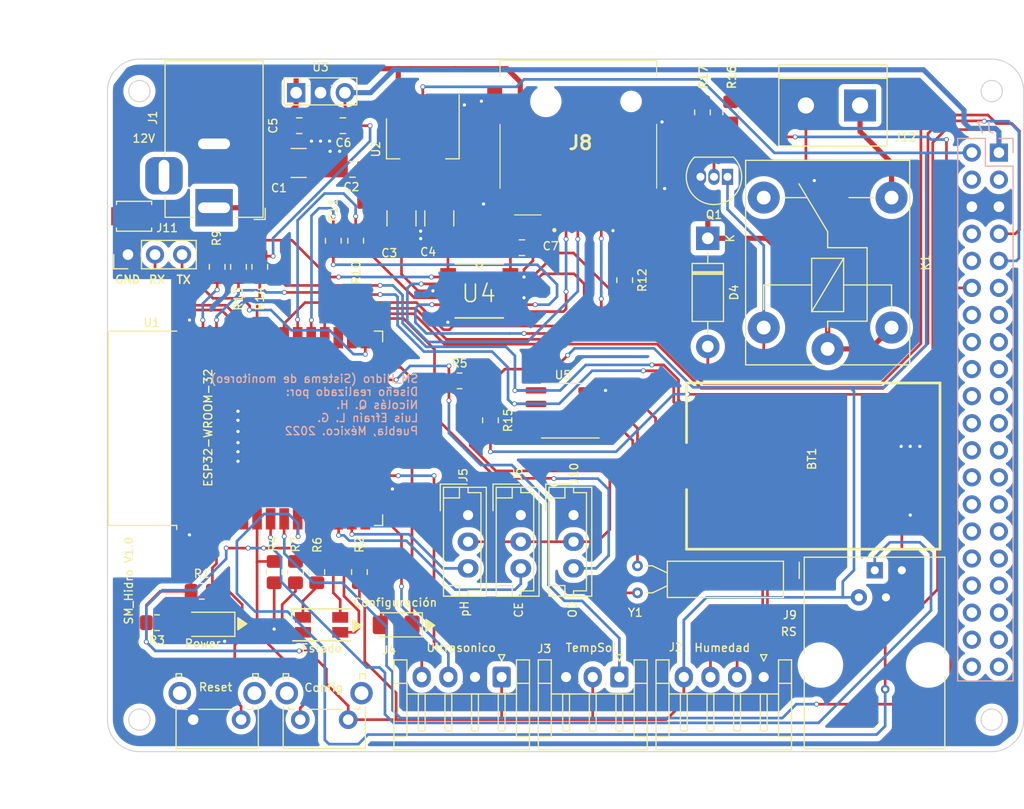
<source format=kicad_pcb>
(kicad_pcb (version 20211014) (generator pcbnew)
  (layers (0 "F.Cu" signal) (31 "B.Cu" signal) (34 "B.Paste" user) (35 "F.Paste" user) (36 "B.SilkS" user "B.Silkscreen") (37 "F.SilkS" user "F.Silkscreen") (38 "B.Mask" user) (39 "F.Mask" user) (44 "Edge.Cuts" user))
  (net 0 "")
  (net 2 "/GPIO34")
  (net 3 "/GPIO33")
  (net 4 "/GPIO25")
  (net 5 "/GPIO26")
  (net 6 "/ADC1_CH7")
  (net 13 "Net-(D1-Pad2)")
  (net 14 "/ADC2_CH7")
  (net 16 "VDD3V3")
  (net 17 "5V")
  (net 18 "Earth")
  (net 19 "/GPIO2")
  (net 20 "/CS")
  (net 21 "/SDA")
  (net 22 "/SCL")
  (net 23 "/GPIO15")
  (net 24 "/CLK")
  (net 25 "/MISO")
  (net 26 "/MOSI")
  (net 27 "/GPIO12")
  (net 28 "/GPIO13")
  (net 29 "VCCDC")
  (net 32 "/EN")
  (net 64 "/TX2")
  (net 65 "/RX2")
  (net 66 "/GPIO32")
  (net 67 "Net-(D2-Pad2)")
  (net 69 "Net-(J8-Pad2)")
  (net 70 "Net-(J8-Pad3)")
  (net 71 "Net-(J8-Pad5)")
  (net 72 "/D0")
  (net 75 "Net-(R9-Pad2)")
  (net 76 "Net-(R10-Pad2)")
  (net 77 "Net-(R11-Pad2)")
  (net 78 "Net-(R12-Pad2)")
  (net 79 "Net-(R15-Pad1)")
  (net 80 "Net-(U5-Pad1)")
  (net 81 "Net-(U5-Pad2)")
  (net 82 "Net-(BT1-Pad1)")
  (net 83 "/ADC2_CH6")
  (net 84 "/ADC2_CH0")
  (net 85 "/RXD")
  (net 86 "/TXD")
  (net 87 "Net-(D4-Pad2)")
  (net 88 "/NC")
  (net 89 "/NO")
  (net 90 "Net-(Q1-Pad2)")
  (net 91 "/GPIO36")
  (net 92 "Net-(D3-Pad2)")
  (net 93 "Net-(D3-Pad1)")
  (net 94 "/GPIO0")
  (footprint "Resistor_SMD:R_0805_2012Metric_Pad1.20x1.40mm_HandSolder" (layer "F.Cu") (at 86.85 26 90)
    (fp_text reference "R17")
    (fp_text value "47k")
  )
  (footprint "Resistor_SMD:R_0805_2012Metric_Pad1.20x1.40mm_HandSolder" (layer "F.Cu") (at 66.95 54.9 -90)
    (fp_text reference "R15")
    (fp_text value "10K")
  )
  (footprint "Connector_JST:JST_EH_S3B-EH_1x03_P2.50mm_Horizontal" (layer "F.Cu") (at 79.05 79 180)
    (fp_text reference "J3")
    (fp_text value "TempSol")
  )
  (footprint "Resistor_SMD:R_0805_2012Metric_Pad1.20x1.40mm_HandSolder" (layer "F.Cu") (at 54.65 69.15 -90)
    (fp_text reference "R2")
    (fp_text value "220")
  )
  (footprint "74LVC125APW_118:SOP65P640X110-14N" (layer "F.Cu") (at 65.9 42.75)
    (fp_text reference "U4")
    (fp_text value "74LVC125APW,118")
  )
  (footprint "Connector_BarrelJack:BarrelJack_Horizontal" (layer "F.Cu") (at 41.0075 34.95 -90)
    (fp_text reference "J1")
    (fp_text value "Jack-DC")
  )
  (footprint "Resistor_SMD:R_0805_2012Metric_Pad1.20x1.40mm_HandSolder" (layer "F.Cu") (at 89.5 26 -90)
    (fp_text reference "R16")
    (fp_text value "3.3k")
  )
  (footprint "RF_Module:ESP32-WROOM-32" (layer "F.Cu") (at 46.95 55.65 90)
    (fp_text reference "U1")
    (fp_text value "ESP32-WROOM-32")
  )
  (footprint "Resistor_SMD:R_0805_2012Metric_Pad1.20x1.40mm_HandSolder" (layer "F.Cu") (at 79.55 41.75 -90)
    (fp_text reference "R12")
    (fp_text value "3.3K")
  )
  (footprint "Capacitor_SMD:C_0805_2012Metric_Pad1.18x1.45mm_HandSolder" (layer "F.Cu") (at 69.9 38.7)
    (fp_text reference "C7")
    (fp_text value "0.1uF")
  )
  (footprint "TerminalBlock:TerminalBlock_bornier-2_P5.08mm" (layer "F.Cu") (at 101.64 25.35 180)
    (fp_text reference "J12")
    (fp_text value "Screw_Terminal_01x02")
  )
  (footprint "Connector_JST:JST_EH_B3B-EH-A_1x03_P2.50mm_Vertical" (layer "F.Cu") (at 74.75 63.8 -90)
    (fp_text reference "J10")
    (fp_text value "DO")
  )
  (footprint "LED_SMD:LED_RGB_1210" (layer "F.Cu") (at 51.1 74.1)
    (fp_text reference "D3" hide)
    (fp_text value "LED_Dual_AAKK")
  )
  (footprint "Resistor_SMD:R_0805_2012Metric_Pad1.20x1.40mm_HandSolder" (layer "F.Cu") (at 45.3 40.5 -90)
    (fp_text reference "R14")
    (fp_text value "10K")
  )
  (footprint "Capacitor_SMD:C_0805_2012Metric_Pad1.18x1.45mm_HandSolder" (layer "F.Cu") (at 53.1 27.25 180)
    (fp_text reference "C6")
    (fp_text value "0.1uF")
  )
  (footprint "Resistor_SMD:R_0805_2012Metric_Pad1.20x1.40mm_HandSolder" (layer "F.Cu") (at 41.3 40.5 90)
    (fp_text reference "R9")
    (fp_text value "3.3K")
  )
  (footprint "Resistor_SMD:R_0805_2012Metric_Pad1.20x1.40mm_HandSolder" (layer "F.Cu") (at 43.3 40.5 -90)
    (fp_text reference "R13")
    (fp_text value "10K")
  )
  (footprint "SamacSys_Parts:S8421-45R_1" (layer "F.Cu") (at 106.528 59.2 -90)
    (fp_text reference "BT1")
    (fp_text value "3v" hide)
  )
  (footprint "Resistor_SMD:R_0805_2012Metric_Pad1.20x1.40mm_HandSolder" (layer "F.Cu") (at 48.65 69.15 90)
    (fp_text reference "R7")
    (fp_text value "220")
  )
  (footprint "Package_TO_SOT_THT:TO-92_Inline" (layer "F.Cu") (at 89.2 32.05 180)
    (fp_text reference "Q1")
    (fp_text value "BC337")
  )
  (footprint "Connector_JST:JST_EH_B3B-EH-A_1x03_P2.50mm_Vertical" (layer "F.Cu") (at 64.85 63.8 -90)
    (fp_text reference "J5")
    (fp_text value "Ph")
  )
  (footprint "Connector_JST:JST_EH_S4B-EH_1x04_P2.50mm_Horizontal" (layer "F.Cu") (at 68 79 180)
    (fp_text reference "J4")
    (fp_text value "Ultrasonico")
  )
  (footprint "Connector_JST:JST_EH_S4B-EH_1x04_P2.50mm_Horizontal" (layer "F.Cu") (at 92.6 79 180)
    (fp_text reference "J2")
    (fp_text value "Hum&Temp ")
  )
  (footprint "Package_TO_SOT_THT:TO-251-3_Vertical" (layer "F.Cu") (at 48.71 24.15)
    (fp_text reference "U3")
    (fp_text value "L7805")
  )
  (footprint "Package_TO_SOT_SMD:SOT-223-3_TabPin2" (layer "F.Cu") (at 60.6 28.45 -90)
    (fp_text reference "U2")
    (fp_text value "AMS1117-3.3")
  )
  (footprint "Connector_PinHeader_2.54mm:PinHeader_1x03_P2.54mm_Vertical" (layer "F.Cu") (at 32.925 39.35 90)
    (fp_text reference "J11")
    (fp_text value "Program")
  )
  (footprint "Resistor_SMD:R_0805_2012Metric_Pad1.20x1.40mm_HandSolder" (layer "F.Cu") (at 50.65 69.15 90)
    (fp_text reference "R6")
    (fp_text value "220")
  )
  (footprint "SamacSys_Parts:693071020811" (layer "F.Cu") (at 75.4 28.85 180)
    (fp_text reference "J8")
    (fp_text value "693071020811" hide)
  )
  (footprint "Button_Switch_THT:SW_Tactile_SPST_Angled_PTS645Vx83-2LFS" (layer "F.Cu") (at 53.6 83 180)
    (fp_text reference "CFG1" hide)
    (fp_text value "Conf")
  )
  (footprint "Capacitor_SMD:C_1210_3225Metric_Pad1.33x2.70mm_HandSolder" (layer "F.Cu") (at 58.6 35.95 -90)
    (fp_text reference "C3")
    (fp_text value "10uF")
  )
  (footprint "Crystal:Crystal_AT310_D3.0mm_L10.0mm_Horizontal" (layer "F.Cu") (at 80.75 71.1 90)
    (fp_text reference "Y1")
    (fp_text value "32.768kHz")
  )
  (footprint "Package_SO:SOIC-8_3.9x4.9mm_P1.27mm" (layer "F.Cu") (at 73.7 54 180)
    (fp_text reference "U5")
    (fp_text value "DS1307Z+")
  )
  (footprint "Button_Switch_SMD:SW_SPST_B3U-1000P" (layer "F.Cu") (at 33.500009 35.749992 180)
    (fp_text reference "RST2" hide)
    (fp_text value "Boot" hide)
  )
  (footprint "Capacitor_SMD:C_0805_2012Metric_Pad1.18x1.45mm_HandSolder" (layer "F.Cu") (at 49 27.25)
    (fp_text reference "C5")
    (fp_text value "0.33uF")
  )
  (footprint "Diode_THT:D_DO-41_SOD81_P10.16mm_Horizontal" (layer "F.Cu") (at 87.35 37.82 -90)
    (fp_text reference "D4")
    (fp_text value "1N4007")
  )
  (footprint "Resistor_SMD:R_0805_2012Metric_Pad1.20x1.40mm_HandSolder" (layer "F.Cu") (at 39.85 70.95)
    (fp_text reference "R1")
    (fp_text value "10K")
  )
  (footprint "Resistor_SMD:R_0805_2012Metric_Pad1.20x1.40mm_HandSolder" (layer "F.Cu") (at 35.65 73.9 180)
    (fp_text reference "R3")
    (fp_text value "220")
  )
  (footprint "Resistor_SMD:R_0805_2012Metric_Pad1.20x1.40mm_HandSolder" (layer "F.Cu") (at 46.65 69.15 -90)
    (fp_text reference "R4")
    (fp_text value "1K")
  )
  (footprint "Connector_RJ:RJ12_Amphenol_54601" (layer "F.Cu") (at 99.830001 68.979999)
    (fp_text reference "J9")
    (fp_text value "RS")
  )
  (footprint "Capacitor_SMD:C_1210_3225Metric_Pad1.33x2.70mm_HandSolder" (layer "F.Cu") (at 62.15 35.95 90)
    (fp_text reference "C4")
    (fp_text value "100uF/6.3V")
  )
  (footprint "LED_SMD:LED_1206_3216Metric_Pad1.42x1.75mm_HandSolder" (layer "F.Cu") (at 40.5 74.05 180)
    (fp_text reference "D2" hide)
    (fp_text value "Power")
  )
  (footprint "LED_SMD:LED_1206_3216Metric_Pad1.42x1.75mm_HandSolder" (layer "F.Cu") (at 58.1 74.1 180)
    (fp_text reference "D1" hide)
    (fp_text value "Config")
  )
  (footprint "Resistor_SMD:R_0805_2012Metric_Pad1.20x1.40mm_HandSolder" (layer "F.Cu") (at 64.05 51.2)
    (fp_text reference "R5")
    (fp_text value "10K")
  )
  (footprint "Connector_JST:JST_EH_B3B-EH-A_1x03_P2.50mm_Vertical" (layer "F.Cu") (at 69.8 63.8 -90)
    (fp_text reference "J6")
    (fp_text value "Ec")
  )
  (footprint "Capacitor_SMD:C_0805_2012Metric_Pad1.18x1.45mm_HandSolder" (layer "F.Cu") (at 54 31.35)
    (fp_text reference "C2")
    (fp_text value "0.1uF")
  )
  (footprint "Capacitor_SMD:C_1210_3225Metric_Pad1.33x2.70mm_HandSolder" (layer "F.Cu") (at 48.95 30.75)
    (fp_text reference "C1")
    (fp_text value "10uF")
  )
  (footprint "Button_Switch_THT:SW_Tactile_SPST_Angled_PTS645Vx83-2LFS" (layer "F.Cu") (at 43.55 83 180)
    (fp_text reference "RST1" hide)
    (fp_text value "Reset")
  )
  (footprint "Resistor_SMD:R_0805_2012Metric_Pad1.20x1.40mm_HandSolder" (layer "F.Cu") (at 52.2 38.05 -90)
    (fp_text reference "R11")
    (fp_text value "3.3K")
  )
  (footprint "Relay_THT:Relay_SPDT_Finder_36.11" (layer "F.Cu") (at 98.6 48.2 90)
    (fp_text reference "K1")
    (fp_text value "FINDER-36.11")
  )
  (footprint "Resistor_SMD:R_0805_2012Metric_Pad1.20x1.40mm_HandSolder" (layer "F.Cu") (at 54.3 38.05 -90)
    (fp_text reference "R10")
    (fp_text value "3.3K")
  )
  (footprint "Connector_PinHeader_2.54mm:PinHeader_2x20_P2.54mm_Vertical" (layer "B.Cu") (at 114.675 29.775 180)
    (fp_text reference "J7")
    (fp_text value "4G_Conn")
  )
  (gr_poly (pts (xy 44.05 74) (xy 43.25 74.55) (xy 43.25 73.45)) (layer "F.SilkS") (width 0.15) (fill solid))
  (gr_poly (pts (xy 61.7 74.15) (xy 60.9 74.7) (xy 60.9 73.6)) (layer "F.SilkS") (width 0.15) (fill solid))
  (gr_poly (pts (xy 54.85 74.2) (xy 54.05 74.75) (xy 54.05 73.65)) (layer "F.SilkS") (width 0.15) (fill solid))
  (gr_arc (start 34 86) (mid 31.87868 85.12132) (end 31 83) (layer "Edge.Cuts") (width 0.1))
  (gr_line (start 117 24) (end 117 83) (layer "Edge.Cuts") (width 0.1))
  (gr_arc (start 114 21) (mid 116.12132 21.87868) (end 117 24) (layer "Edge.Cuts") (width 0.1))
  (gr_arc (start 31 24) (mid 31.87868 21.87868) (end 34 21) (layer "Edge.Cuts") (width 0.1))
  (gr_line (start 34 21) (end 114 21) (layer "Edge.Cuts") (width 0.1))
  (gr_arc (start 117 83) (mid 116.12132 85.12132) (end 114 86) (layer "Edge.Cuts") (width 0.1))
  (gr_circle (center 114 83) (end 115 83) (layer "Edge.Cuts") (width 0.1) (fill none))
  (gr_line (start 31 24) (end 31 83) (layer "Edge.Cuts") (width 0.1))
  (gr_circle (center 34 24) (end 35 24) (layer "Edge.Cuts") (width 0.1) (fill none))
  (gr_circle (center 34 83) (end 35 83) (layer "Edge.Cuts") (width 0.1) (fill none))
  (gr_circle (center 114 24) (end 115 24) (layer "Edge.Cuts") (width 0.1) (fill none))
  (gr_line (start 34 86) (end 114 86) (layer "Edge.Cuts") (width 0.1))
  (gr_text "SM_Hidro (Sistema de monitoreo)\nDiseño realizado por:\nNicolás Q. H.\nLuis Efraín L. G.\nPuebla, México. 2022\n" (at 60.249994 53.450007) (layer "B.SilkS") (effects (font (size 0.762 0.762) (thickness 0.127)) (justify left mirror)))
  (gr_text "Power" (at 39.95 75.85) (layer "F.SilkS") (effects (font (size 0.762 0.762) (thickness 0.127))))
  (gr_text "ESP32-WROOM-32" (at 40.45 55.6 90) (layer "F.SilkS") (effects (font (size 0.762 0.762) (thickness 0.127))))
  (gr_text "TX" (at 38.15 41.7) (layer "F.SilkS") (effects (font (size 0.762 0.762))))
  (gr_text "Config" (at 51.3 80) (layer "F.SilkS") (effects (font (size 0.762 0.762) (thickness 0.127))))
  (gr_text "TempSol" (at 76.4 76.25) (layer "F.SilkS") (effects (font (size 0.762 0.762) (thickness 0.127))))
  (gr_text "12V\n" (at 34.417 28.448) (layer "F.SilkS") (effects (font (size 0.762 0.762) (thickness 0.127))))
  (gr_text "Reset" (at 41.15 79.95) (layer "F.SilkS") (effects (font (size 0.762 0.762) (thickness 0.127))))
  (gr_text "CE" (at 69.6 72.7 90) (layer "F.SilkS") (effects (font (size 0.762 0.762) (thickness 0.127))))
  (gr_text "RS" (at 94.95 74.75) (layer "F.SilkS") (effects (font (size 0.762 0.762) (thickness 0.127))))
  (gr_text "Humedad" (at 88.7 76.25) (layer "F.SilkS") (effects (font (size 0.762 0.762) (thickness 0.127))))
  (gr_text "SM_Hidro V1.0" (at 33 69.95 90) (layer "F.SilkS") (effects (font (size 0.762 0.762) (thickness 0.127))))
  (gr_text "GND" (at 32.9 41.7) (layer "F.SilkS") (effects (font (size 0.762 0.762))))
  (gr_text "Estado\n" (at 51.1 76.3) (layer "F.SilkS") (effects (font (size 0.762 0.762) (thickness 0.127))))
  (gr_text "OD" (at 74.65 72.65 90) (layer "F.SilkS") (effects (font (size 0.762 0.762) (thickness 0.127))))
  (gr_text "Ultrasonico" (at 64.2 76.25) (layer "F.SilkS") (effects (font (size 0.762 0.762) (thickness 0.127))))
  (gr_text "Configuración\n" (at 58 72) (layer "F.SilkS") (effects (font (size 0.762 0.762) (thickness 0.127))))
  (gr_text "RX" (at 35.65 41.7) (layer "F.SilkS") (effects (font (size 0.762 0.762))))
  (gr_text "pH" (at 64.5 72.6 90) (layer "F.SilkS") (effects (font (size 0.762 0.762) (thickness 0.127))))
  (segment (start 45.045 67.695) (end 45.045 64.15) (width 0.25) (layer "F.Cu") (net 2))
  (segment (start 49.9 79.7) (end 45.045 74.845) (width 0.25) (layer "F.Cu") (net 2))
  (segment (start 49.1 83) (end 49.1 81.9) (width 0.25) (layer "F.Cu") (net 2))
  (segment (start 45.1 68.15) (end 45.045 68.205) (width 0.25) (layer "F.Cu") (net 2))
  (segment (start 49.1 81.9) (end 49.9 81.1) (width 0.25) (layer "F.Cu") (net 2))
  (segment (start 45.045 68.205) (end 45.045 67.695) (width 0.25) (layer "F.Cu") (net 2))
  (segment (start 49.9 81.1) (end 49.9 79.7) (width 0.25) (layer "F.Cu") (net 2))
  (segment (start 46.65 68.15) (end 45.1 68.15) (width 0.25) (layer "F.Cu") (net 2))
  (segment (start 45.045 74.845) (end 45.045 68.205) (width 0.25) (layer "F.Cu") (net 2))
  (segment (start 94.7 28.3) (end 95.55 28.3) (width 0.25) (layer "F.Cu") (net 3))
  (segment (start 91.4 25) (end 94.7 28.3) (width 0.25) (layer "F.Cu") (net 3))
  (segment (start 104.45 75.25) (end 104 75.7) (width 0.25) (layer "F.Cu") (net 3))
  (segment (start 89.5 25) (end 91.4 25) (width 0.25) (layer "F.Cu") (net 3))
  (segment (start 108.91534 41.85) (end 108.91534 70.78466) (width 0.25) (layer "F.Cu") (net 3))
  (segment (start 48.855 64.15) (end 48.855 65.755) (width 0.25) (layer "F.Cu") (net 3))
  (segment (start 109.75 37.85) (end 108.91534 38.68466) (width 0.25) (layer "F.Cu") (net 3))
  (segment (start 109.75 28.55) (end 109.75 37.85) (width 0.25) (layer "F.Cu") (net 3))
  (segment (start 108.91534 70.78466) (end 104.45 75.25) (width 0.25) (layer "F.Cu") (net 3))
  (segment (start 104 75.7) (end 104 80.15) (width 0.25) (layer "F.Cu") (net 3))
  (segment (start 108.91534 38.68466) (end 108.91534 41.85) (width 0.25) (layer "F.Cu") (net 3))
  (segment (start 48.855 65.755) (end 48.9 65.8) (width 0.25) (layer "F.Cu") (net 3))
  (via (at 95.55 28.3) (size 0.4572) (drill 0.3048) (layers "F.Cu" "B.Cu") (net 3))
  (via (at 109.75 28.55) (size 0.4572) (drill 0.3048) (layers "F.Cu" "B.Cu") (net 3))
  (via (at 48.900004 65.799995) (size 0.4572) (drill 0.3048) (layers "F.Cu" "B.Cu") (net 3))
  (via (at 104 80.15) (size 0.8) (drill 0.4) (layers "F.Cu" "B.Cu") (net 3))
  (segment (start 54.55 85.3) (end 51.8 85.3) (width 0.25) (layer "B.Cu") (net 3))
  (segment (start 47.9 72.85) (end 44.85 72.85) (width 0.25) (layer "B.Cu") (net 3))
  (segment (start 104 80.15) (end 104 83.6) (width 0.25) (layer "B.Cu") (net 3))
  (segment (start 51.4 76.35) (end 47.9 72.85) (width 0.25) (layer "B.Cu") (net 3))
  (segment (start 95.55 28.3) (end 108.05 28.3) (width 0.25) (layer "B.Cu") (net 3))
  (segment (start 104 83.6) (end 103.2 84.4) (width 0.25) (layer "B.Cu") (net 3))
  (segment (start 43.15 66.25) (end 45.7 63.7) (width 0.25) (layer "B.Cu") (net 3))
  (segment (start 44.85 72.85) (end 43.15 71.15) (width 0.25) (layer "B.Cu") (net 3))
  (segment (start 48.9 64.6) (end 48.9 65.8) (width 0.25) (layer "B.Cu") (net 3))
  (segment (start 108.05 28.3) (end 108.3 28.55) (width 0.25) (layer "B.Cu") (net 3))
  (segment (start 51.8 85.3) (end 51.4 84.9) (width 0.25) (layer "B.Cu") (net 3))
  (segment (start 43.15 71.15) (end 43.15 66.25) (width 0.25) (layer "B.Cu") (net 3))
  (segment (start 48 63.7) (end 48.9 64.6) (width 0.25) (layer "B.Cu") (net 3))
  (segment (start 108.3 28.55) (end 109.75 28.55) (width 0.25) (layer "B.Cu") (net 3))
  (segment (start 103.2 84.4) (end 55.45 84.4) (width 0.25) (layer "B.Cu") (net 3))
  (segment (start 45.7 63.7) (end 48 63.7) (width 0.25) (layer "B.Cu") (net 3))
  (segment (start 51.4 84.9) (end 51.4 76.35) (width 0.25) (layer "B.Cu") (net 3))
  (segment (start 55.45 84.4) (end 54.55 85.3) (width 0.25) (layer "B.Cu") (net 3))
  (segment (start 52.2 71.1) (end 52.85 71.75) (width 0.25) (layer "F.Cu") (net 4))
  (segment (start 52.85 71.75) (end 52.85 73.4) (width 0.25) (layer "F.Cu") (net 4))
  (segment (start 52.2 67.85) (end 52.2 71.1) (width 0.25) (layer "F.Cu") (net 4))
  (segment (start 50.125 64.15) (end 50.125 65.775) (width 0.25) (layer "F.Cu") (net 4))
  (segment (start 50.125 65.775) (end 52.2 67.85) (width 0.25) (layer "F.Cu") (net 4))
  (segment (start 54.6 72.8) (end 53.2 71.4) (width 0.25) (layer "F.Cu") (net 5))
  (segment (start 53.2 71.4) (end 53.2 68.15) (width 0.25) (layer "F.Cu") (net 5))
  (segment (start 54.6 74.4) (end 54.6 72.8) (width 0.25) (layer "F.Cu") (net 5))
  (segment (start 54.2 74.8) (end 54.6 74.4) (width 0.25) (layer "F.Cu") (net 5))
  (segment (start 52.85 74.8) (end 54.2 74.8) (width 0.25) (layer "F.Cu") (net 5))
  (segment (start 53.2 68.15) (end 51.395 66.345) (width 0.25) (layer "F.Cu") (net 5))
  (segment (start 51.395 66.345) (end 51.395 64.15) (width 0.25) (layer "F.Cu") (net 5))
  (segment (start 46.315 64.15) (end 46.315 65.885) (width 0.25) (layer "F.Cu") (net 6))
  (segment (start 46.315 65.885) (end 46.3 65.9) (width 0.25) (layer "F.Cu") (net 6))
  (via (at 46.300009 65.899995) (size 0.4572) (drill 0.3048) (layers "F.Cu" "B.Cu") (net 6))
  (segment (start 46.3 66.735717) (end 47.3 67.735717) (width 0.25) (layer "B.Cu") (net 6))
  (segment (start 57.85 83.3) (end 97.75 83.3) (width 0.25) (layer "B.Cu") (net 6))
  (segment (start 107.25 66.35) (end 104.45 66.35) (width 0.25) (layer "B.Cu") (net 6))
  (segment (start 56.55 78.1) (end 57.05 78.6) (width 0.25) (layer "B.Cu") (net 6))
  (segment (start 108.3 67.4) (end 107.25 66.35) (width 0.25) (layer "B.Cu") (net 6))
  (segment (start 55.35 78.1) (end 56.55 78.1) (width 0.25) (layer "B.Cu") (net 6))
  (segment (start 57.05 82.5) (end 57.85 83.3) (width 0.25) (layer "B.Cu") (net 6))
  (segment (start 47.3 67.735717) (end 47.3 70.05) (width 0.25) (layer "B.Cu") (net 6))
  (segment (start 104.45 66.35) (end 103.020001 67.779999) (width 0.25) (layer "B.Cu") (net 6))
  (segment (start 97.75 83.3) (end 108.3 72.75) (width 0.25) (layer "B.Cu") (net 6))
  (segment (start 57.05 78.6) (end 57.05 82.5) (width 0.25) (layer "B.Cu") (net 6))
  (segment (start 108.3 72.75) (end 108.3 67.4) (width 0.25) (layer "B.Cu") (net 6))
  (segment (start 47.3 70.05) (end 55.35 78.1) (width 0.25) (layer "B.Cu") (net 6))
  (segment (start 46.3 65.9) (end 46.3 66.735717) (width 0.25) (layer "B.Cu") (net 6))
  (segment (start 103.020001 67.779999) (end 103.020001 68.979999) (width 0.25) (layer "B.Cu") (net 6))
  (segment (start 56.7 68.9) (end 56.7 74.0125) (width 0.25) (layer "F.Cu") (net 13))
  (segment (start 54.65 68.15) (end 55.95 68.15) (width 0.25) (layer "F.Cu") (net 13))
  (segment (start 56.7 74.0125) (end 56.6125 74.1) (width 0.25) (layer "F.Cu") (net 13))
  (segment (start 55.95 68.15) (end 56.7 68.9) (width 0.25) (layer "F.Cu") (net 13))
  (segment (start 52.7 65.7) (end 52.7 64.185) (width 0.25) (layer "F.Cu") (net 14))
  (segment (start 52.7 64.185) (end 52.665 64.15) (width 0.25) (layer "F.Cu") (net 14))
  (via (at 52.7 65.7) (size 0.4572) (drill 0.3048) (layers "F.Cu" "B.Cu") (net 14))
  (segment (start 53.7 66.2) (end 53.2 65.7) (width 0.25) (layer "B.Cu") (net 14))
  (segment (start 53.2 65.7) (end 52.7 65.7) (width 0.25) (layer "B.Cu") (net 14))
  (segment (start 69.8 70.25) (end 69.25 70.8) (width 0.25) (layer "B.Cu") (net 14))
  (segment (start 59.05 66.2) (end 53.7 66.2) (width 0.25) (layer "B.Cu") (net 14))
  (segment (start 69.25 70.8) (end 63.65 70.8) (width 0.25) (layer "B.Cu") (net 14))
  (segment (start 63.65 70.8) (end 59.05 66.2) (width 0.25) (layer "B.Cu") (net 14))
  (segment (start 69.8 68.8) (end 69.8 70.25) (width 0.25) (layer "B.Cu") (net 14))
  (segment (start 53.6 83) (end 58.1 83) (width 0.254) (layer "F.Cu") (net 16))
  (segment (start 42.15 66.9) (end 44.2 66.9) (width 0.25) (layer "F.Cu") (net 16))
  (segment (start 65.05 37.8) (end 65.95 38.7) (width 0.25) (layer "F.Cu") (net 16))
  (segment (start 38.85 68.5) (end 39.965 67.385) (width 0.25) (layer "F.Cu") (net 16))
  (segment (start 64.4875 34.3875) (end 65.05 34.95) (width 0.25) (layer "F.Cu") (net 16))
  (segment (start 39.965 67.385) (end 39.965 64.15) (width 0.25) (layer "F.Cu") (net 16))
  (segment (start 53.6 83) (end 53.6 81.7) (width 0.254) (layer "F.Cu") (net 16))
  (segment (start 34.65 73.9) (end 34.65 72.25) (width 0.25) (layer "F.Cu") (net 16))
  (segment (start 65.05 51.2) (end 65.05 57.25) (width 0.25) (layer "F.Cu") (net 16))
  (segment (start 67.45 59.65) (end 77.55 59.65) (width 0.25) (layer "F.Cu") (net 16))
  (segment (start 34.65 75.7) (end 34.65 73.9) (width 0.254) (layer "F.Cu") (net 16))
  (segment (start 76.6 83) (end 83.45 83) (width 0.254) (layer "F.Cu") (net 16))
  (segment (start 78.15 65.15) (end 77 66.3) (width 0.25) (layer "F.Cu") (net 16))
  (segment (start 64.85 66.3) (end 69.8 66.3) (width 0.25) (layer "F.Cu") (net 16))
  (segment (start 83.45 83) (end 85.1 81.35) (width 0.254) (layer "F.Cu") (net 16))
  (segment (start 62.1875 34.35) (end 62.15 34.3875) (width 0.25) (layer "F.Cu") (net 16))
  (segment (start 38.85 70.95) (end 38.85 68.5) (width 0.25) (layer "F.Cu") (net 16))
  (segment (start 52.5 80.6) (end 51.55 79.65) (width 0.254) (layer "F.Cu") (net 16))
  (segment (start 48.7 68.15) (end 50.7 68.15) (width 0.25) (layer "F.Cu") (net 16))
  (segment (start 67.2 51.2) (end 65.05 51.2) (width 0.25) (layer "F.Cu") (net 16))
  (segment (start 77.55 59.65) (end 78.15 60.25) (width 0.25) (layer "F.Cu") (net 16))
  (segment (start 55.15 77.55) (end 58.1 80.5) (width 0.25) (layer "F.Cu") (net 16))
  (segment (start 76.55 79) (end 76.55 82.95) (width 0.254) (layer "F.Cu") (net 16))
  (segment (start 49.85 76.55) (end 49 76.55) (width 0.254) (layer "F.Cu") (net 16))
  (segment (start 62.15 34.3875) (end 64.4875 34.3875) (width 0.25) (layer "F.Cu") (net 16))
  (segment (start 58.1 83) (end 67.95 83) (width 0.254) (layer "F.Cu") (net 16))
  (segment (start 54.65 71.85) (end 55.15 72.35) (width 0.25) (layer "F.Cu") (net 16))
  (segment (start 48.7 67.2) (end 48.7 68.15) (width 0.25) (layer "F.Cu") (net 16))
  (segment (start 68.8625 36.6875) (end 68.8625 38.7) (width 0.25) (layer "F.Cu") (net 16))
  (segment (start 77 66.3) (end 74.75 66.3) (width 0.25) (layer "F.Cu") (net 16))
  (segment (start 67.95 83) (end 76.6 83) (width 0.254) (layer "F.Cu") (net 16))
  (segment (start 60.6 25.3) (end 60.6 23.6) (width 0.25) (layer "F.Cu") (net 16))
  (segment (start 68 79) (end 68 82.95) (width 0.254) (layer "F.Cu") (net 16))
  (segment (start 58.1 80.5) (end 58.1 83) (width 0.25) (layer "F.Cu") (net 16))
  (segment (start 72.9 50.1) (end 68.3 50.1) (width 0.25) (layer "F.Cu") (net 16))
  (segment (start 51.55 79.65) (end 51.55 78.25) (width 0.254) (layer "F.Cu") (net 16))
  (segment (start 74.2 48.8) (end 72.9 50.1) (width 0.25) (layer "F.Cu") (net 16))
  (segment (start 48.4 66.9) (end 48.7 67.2) (width 0.25) (layer "F.Cu") (net 16))
  (segment (start 68.821 40.7942) (end 68.821 38.7415) (width 0.25) (layer "F.Cu") (net 16))
  (segment (start 76.55 82.95) (end 76.6 83) (width 0.25) (layer "F.Cu") (net 16))
  (segment (start 78.15 60.25) (end 78.15 65.15) (width 0.25) (layer "F.Cu") (net 16))
  (segment (start 71.95 33.6) (end 75.7 33.6) (width 0.25) (layer "F.Cu") (net 16))
  (segment (start 35.95 70.95) (end 38.85 70.95) (width 0.25) (layer "F.Cu") (net 16))
  (segment (start 69.8 66.3) (end 74.75 66.3) (width 0.25) (layer "F.Cu") (net 16))
  (segment (start 55.15 72.35) (end 55.15 77.55) (width 0.25) (layer "F.Cu") (net 16))
  (segment (start 68.3 50.1) (end 67.2 51.2) (width 0.25) (layer "F.Cu") (net 16))
  (segment (start 65.05 57.25) (end 67.45 59.65) (width 0.25) (layer "F.Cu") (net 16))
  (segment (start 65.05 34.95) (end 65.05 37.8) (width 0.25) (layer "F.Cu") (net 16))
  (segment (start 45.65 66.9) (end 48.4 66.9) (width 0.25) (layer "F.Cu") (net 16))
  (segment (start 34.65 72.25) (end 35.95 70.95) (width 0.25) (layer "F.Cu") (net 16))
  (segment (start 75.7 33.6) (end 76.25 34.15) (width 0.25) (layer "F.Cu") (net 16))
  (segment (start 65.95 38.7) (end 68.8625 38.7) (width 0.25) (layer "F.Cu") (net 16))
  (segment (start 60.6 25.3) (end 60.6 31.6) (width 0.25) (layer "F.Cu") (net 16))
  (segment (start 54.65 70.15) (end 54.65 71.85) (width 0.25) (layer "F.Cu") (net 16))
  (segment (start 76.25 34.15) (end 76.25 35.625) (width 0.25) (layer "F.Cu") (net 16))
  (segment (start 68 82.95) (end 67.95 83) (width 0.25) (layer "F.Cu") (net 16))
  (segment (start 51.55 78.25) (end 49.85 76.55) (width 0.254) (layer "F.Cu") (net 16))
  (segment (start 68.821 38.7415) (end 68.8625 38.7) (width 0.25) (layer "F.Cu") (net 16))
  (segment (start 53.6 81.7) (end 52.5 80.6) (width 0.254) (layer "F.Cu") (net 16))
  (segment (start 68.8625 36.6875) (end 71.95 33.6) (width 0.25) (layer "F.Cu") (net 16))
  (segment (start 85.1 81.35) (end 85.1 79) (width 0.254) (layer "F.Cu") (net 16))
  (via (at 34.649994 75.700001) (size 0.4572) (drill 0.3048) (layers "F.Cu" "B.Cu") (net 16))
  (via (at 60.600006 23.600001) (size 0.4572) (drill 0.3048) (layers "F.Cu" "B.Cu") (net 16))
  (via (at 42.150005 66.899993) (size 0.4572) (drill 0.3048) (layers "F.Cu" "B.Cu") (net 16))
  (via (at 44.199988 66.899993) (size 0.4572) (drill 0.3048) (layers "F.Cu" "B.Cu") (net 16))
  (via (at 45.65 66.9) (size 0.4572) (drill 0.3048) (layers "F.Cu" "B.Cu") (net 16))
  (via (at 49.000004 76.550012) (size 0.4572) (drill 0.3048) (layers "F.Cu" "B.Cu") (net 16))
  (via (at 74.200004 48.800004) (size 0.4572) (drill 0.3048) (layers "F.Cu" "B.Cu") (net 16))
  (segment (start 101.07 68.98) (end 100.019999 70.030001) (width 0.25) (layer "B.Cu") (net 16))
  (segment (start 87.230001 71.519999) (end 100.019999 71.519999) (width 0.254) (layer "B.Cu") (net 16))
  (segment (start 35.5 76.55) (end 34.65 75.7) (width 0.254) (layer "B.Cu") (net 16))
  (segment (start 100.7 51.8) (end 101.07 52.17) (width 0.25) (layer "B.Cu") (net 16))
  (segment (start 85.1 79) (end 85.1 73.65) (width 0.254) (layer "B.Cu") (net 16))
  (segment (start 100.019999 70.030001) (end 100.019999 71.519999) (width 0.25) (layer "B.Cu") (net 16))
  (segment (start 60.600006 23.600001) (end 60.600007 23.6) (width 0.25) (layer "B.Cu") (net 16))
  (segment (start 44.199988 66.899993) (end 45.649993 66.899993) (width 0.25) (layer "B.Cu") (net 16))
  (segment (start 100.019999 71.519999) (end 101.530001 71.519999) (width 0.254) (layer "B.Cu") (net 16))
  (segment (start 36 71) (end 36.15 70.85) (width 0.25) (layer "B.Cu") (net 16))
  (segment (start 93.6 29.8) (end 107.85 29.8) (width 0.25) (layer "B.Cu") (net 16))
  (segment (start 107.85 29.8) (end 112.11 29.8) (width 0.25) (layer "B.Cu") (net 16))
  (segment (start 74.85 48.15) (end 74.2 48.8) (width 0.25) (layer "B.Cu") (net 16))
  (segment (start 103.9 51.8) (end 100.7 51.8) (width 0.25) (layer "B.Cu") (net 16))
  (segment (start 107.85 29.8) (end 107.85 47.85) (width 0.25) (layer "B.Cu") (net 16))
  (segment (start 70.1 22.9) (end 86.7 22.9) (width 0.25) (layer "B.Cu") (net 16))
  (segment (start 45.649993 66.899993) (end 45.65 66.9) (width 0.25) (layer "B.Cu") (net 16))
  (segment (start 49 76.55) (end 35.5 76.55) (width 0.254) (layer "B.Cu") (net 16))
  (segment (start 42.15 67.9) (end 42.15 66.9) (width 0.25) (layer "B.Cu") (net 16))
  (segment (start 100.7 51.8) (end 85.95 51.8) (width 0.25) (layer "B.Cu") (net 16))
  (segment (start 39.2 70.85) (end 42.15 67.9) (width 0.25) (layer "B.Cu") (net 16))
  (segment (start 107.85 47.85) (end 103.9 51.8) (width 0.25) (layer "B.Cu") (net 16))
  (segment (start 60.600007 23.6) (end 69.4 23.6) (width 0.25) (layer "B.Cu") (net 16))
  (segment (start 34.649994 72.350006) (end 36 71) (width 0.25) (layer "B.Cu") (net 16))
  (segment (start 85.1 73.65) (end 87.230001 71.519999) (width 0.254) (layer "B.Cu") (net 16))
  (segment (start 112.11 29.8) (end 112.135 29.775) (width 0.25) (layer "B.Cu") (net 16))
  (segment (start 69.4 23.6) (end 70.1 22.9) (width 0.25) (layer "B.Cu") (net 16))
  (segment (start 82.3 48.15) (end 74.85 48.15) (width 0.25) (layer "B.Cu") (net 16))
  (segment (start 85.95 51.8) (end 82.3 48.15) (width 0.25) (layer "B.Cu") (net 16))
  (segment (start 86.7 22.9) (end 93.6 29.8) (width 0.25) (layer "B.Cu") (net 16))
  (segment (start 101.07 52.17) (end 101.07 68.98) (width 0.25) (layer "B.Cu") (net 16))
  (segment (start 34.649994 75.700001) (end 34.649994 72.350006) (width 0.25) (layer "B.Cu") (net 16))
  (segment (start 36.15 70.85) (end 39.2 70.85) (width 0.25) (layer "B.Cu") (net 16))
  (segment (start 104.38418 52.46582) (end 86.51582 52.46582) (width 0.25) (layer "F.Cu") (net 17))
  (segment (start 108.465823 28.834182) (end 108.465823 28.950006) (width 0.25) (layer "F.Cu") (net 17))
  (segment (start 109.68418 27.61582) (end 108.46582 28.83418) (width 0.25) (layer "F.Cu") (net 17))
  (segment (start 114.675 29.775) (end 114.675 27.89082) (width 0.25) (layer "F.Cu") (net 17))
  (segment (start 71.22 55.9) (end 71.225 55.905) (width 0.25) (layer "F.Cu") (net 17))
  (segment (start 45.3 39.5) (end 46.55 39.5) (width 0.25) (layer "F.Cu") (net 17))
  (segment (start 54.1375 26.95) (end 54.1375 26.3) (width 0.25) (layer "F.Cu") (net 17))
  (segment (start 66.95 55.9) (end 71.22 55.9) (width 0.25) (layer "F.Cu") (net 17))
  (segment (start 104.399994 52.450009) (end 104.38417 52.465808) (width 0.25) (layer "F.Cu") (net 17))
  (segment (start 54.1 26.25) (end 53.29 25.44) (width 0.25) (layer "F.Cu") (net 17))
  (segment (start 108.46582 48.38418) (end 104.4 52.45) (width 0.25) (layer "F.Cu") (net 17))
  (segment (start 114.675 27.89082) (end 114.4 27.61582) (width 0.25) (layer "F.Cu") (net 17))
  (segment (start 108.46582 28.95) (end 108.46582 48.38418) (width 0.25) (layer "F.Cu") (net 17))
  (segment (start 53.29 25.44) (end 53.29 24.15) (width 0.25) (layer "F.Cu") (net 17))
  (segment (start 66.950006 57.849999) (end 66.950006 55.89999) (width 0.25) (layer "F.Cu") (net 17))
  (segment (start 114.4 27.61582) (end 109.68418 27.61582) (width 0.25) (layer "F.Cu") (net 17))
  (segment (start 86.515829 52.465808) (end 85.465818 52.465808) (width 0.25) (layer "F.Cu") (net 17))
  (segment (start 54.1375 27.25) (end 55.65 27.25) (width 0.25) (layer "F.Cu") (net 17))
  (via (at 55.650003 27.250009) (size 0.4572) (drill 0.3048) (layers "F.Cu" "B.Cu") (net 17))
  (via (at 85.449994 52.450009) (size 0.4572) (drill 0.3048) (layers "F.Cu" "B.Cu") (net 17))
  (via (at 66.950006 57.849999) (size 0.4572) (drill 0.3048) (layers "F.Cu" "B.Cu") (net 17))
  (via (at 46.55 39.5) (size 0.4572) (drill 0.3048) (layers "F.Cu" "B.Cu") (net 17))
  (segment (start 53.29 24.15) (end 55.7 24.15) (width 0.4826) (layer "B.Cu") (net 17))
  (segment (start 78.750001 57.849999) (end 66.950006 57.849999) (width 0.25) (layer "B.Cu") (net 17))
  (segment (start 55.7 24.15) (end 57.85 22) (width 0.4826) (layer "B.Cu") (net 17))
  (segment (start 111.4 25.8) (end 111.4 26.95) (width 0.4826) (layer "B.Cu") (net 17))
  (segment (start 84.149991 52.450009) (end 78.750001 57.849999) (width 0.25) (layer "B.Cu") (net 17))
  (segment (start 111.4 26.95) (end 111.95 27.5) (width 0.4826) (layer "B.Cu") (net 17))
  (segment (start 46.55 39.5) (end 46.55 37.8) (width 0.25) (layer "B.Cu") (net 17))
  (segment (start 111.95 27.5) (end 114.35 27.5) (width 0.4826) (layer "B.Cu") (net 17))
  (segment (start 114.675 27.825) (end 114.675 29.775) (width 0.4826) (layer "B.Cu") (net 17))
  (segment (start 85.449994 52.450009) (end 84.149991 52.450009) (width 0.25) (layer "B.Cu") (net 17))
  (segment (start 46.55 37.8) (end 55.65 28.7) (width 0.25) (layer "B.Cu") (net 17))
  (segment (start 57.85 22) (end 107.6 22) (width 0.4826) (layer "B.Cu") (net 17))
  (segment (start 55.65 28.7) (end 55.65 27.25) (width 0.25) (layer "B.Cu") (net 17))
  (segment (start 107.6 22) (end 111.4 25.8) (width 0.4826) (layer "B.Cu") (net 17))
  (segment (start 114.35 27.5) (end 114.675 27.825) (width 0.4826) (layer "B.Cu") (net 17))
  (segment (start 67.325 24.95) (end 67.35 24.975) (width 0.25) (layer "F.Cu") (net 18))
  (segment (start 86.825 24.975) (end 83.05 24.975) (width 0.25) (layer "F.Cu") (net 18))
  (segment (start 105.560001 68.979999) (end 105.560001 64.589999) (width 0.25) (layer "F.Cu") (net 18))
  (segment (start 70.1 40.75) (end 70.1 41.45) (width 0.25) (layer "F.Cu") (net 18))
  (segment (start 77.75 52.1) (end 76.18 52.1) (width 0.25) (layer "F.Cu") (net 18))
  (segment (start 38.7 65.65) (end 38.7 64.155) (width 0.25) (layer "F.Cu") (net 18))
  (segment (start 57.735 61.365) (end 57.75 61.35) (width 0.25) (layer "F.Cu") (net 18))
  (segment (start 38.7 64.155) (end 38.695 64.15) (width 0.25) (layer "F.Cu") (net 18))
  (segment (start 105.560001 64.589999) (end 106.35 63.8) (width 0.25) (layer "F.Cu") (net 18))
  (segment (start 62.95 45.7) (end 62.962 45.688) (width 0.25) (layer "F.Cu") (net 18))
  (segment (start 32.925 38.125) (end 31.800009 37.000009) (width 0.25) (layer "F.Cu") (net 18))
  (segment (start 60.15 42.75) (end 61.55 42.75) (width 0.25) (layer "F.Cu") (net 18))
  (segment (start 86.85 25) (end 86.825 24.975) (width 0.25) (layer "F.Cu") (net 18))
  (segment (start 42 75.65) (end 42 74.0625) (width 0.25) (layer "F.Cu") (net 18))
  (segment (start 62.962 39.512) (end 62.962 40.8) (width 0.25) (layer "F.Cu") (net 18))
  (segment (start 61.55 42.75) (end 62.962 42.75) (width 0.25) (layer "F.Cu") (net 18))
  (segment (start 83.3 34.575) (end 83.3 33.15) (width 0.25) (layer "F.Cu") (net 18))
  (segment (start 76.18 52.1) (end 76.175 52.095) (width 0.25) (layer "F.Cu") (net 18))
  (segment (start 67.775 34.6) (end 67.8 34.575) (width 0.25) (layer "F.Cu") (net 18))
  (segment (start 96.56 25.35) (end 96.56 31.61) (width 0.25) (layer "F.Cu") (net 18))
  (segment (start 58.6 37.5125) (end 58.6 41.2) (width 0.25) (layer "F.Cu") (net 18))
  (segment (start 70.1 41.45) (end 68.838 41.45) (width 0.25) (layer "F.Cu") (net 18))
  (segment (start 96.56 31.61) (end 97.35 32.4) (width 0.25) (layer "F.Cu") (net 18))
  (segment (start 66.3 34.6) (end 67.775 34.6) (width 0.25) (layer "F.Cu") (net 18))
  (segment (start 58.6 41.2) (end 60.15 42.75) (width 0.25) (layer "F.Cu") (net 18))
  (segment (start 66.1 24.95) (end 67.325 24.95) (width 0.25) (layer "F.Cu") (net 18))
  (segment (start 62.9 25.3) (end 64.5 25.3) (width 0.25) (layer "F.Cu") (net 18))
  (segment (start 78.45 37.1) (end 78.45 35.625) (width 0.25) (layer "F.Cu") (net 18))
  (segment (start 32.925 39.35) (end 32.925 38.125) (width 0.25) (layer "F.Cu") (net 18))
  (segment (start 38.695 45.505) (end 38.7 45.5) (width 0.25) (layer "F.Cu") (net 18))
  (segment (start 46.65 74.5) (end 46.65 70.15) (width 0.25) (layer "F.Cu") (net 18))
  (segment (start 31.800009 37.000009) (end 31.800009 35.749992) (width 0.25) (layer "F.Cu") (net 18))
  (segment (start 62.15 38.7) (end 62.962 39.512) (width 0.25) (layer "F.Cu") (net 18))
  (segment (start 83.05 26.9) (end 83.05 24.975) (width 0.25) (layer "F.Cu") (net 18))
  (segment (start 70.9375 39.9125) (end 70.1 40.75) (width 0.25) (layer "F.Cu") (net 18))
  (segment (start 70.1 43.4) (end 68.838 43.4) (width 0.25) (layer "F.Cu") (net 18))
  (segment (start 70.9375 38.7) (end 70.9375 39.9125) (width 0.25) (layer "F.Cu") (net 18))
  (segment (start 38.695 47.15) (end 38.695 45.505) (width 0.25) (layer "F.Cu") (net 18))
  (segment (start 56.205 61.365) (end 57.735 61.365) (width 0.25) (layer "F.Cu") (net 18))
  (segment (start 62.15 37.5125) (end 62.15 38.7) (width 0.25) (layer "F.Cu") (net 18))
  (segment (start 62.962 45.688) (end 62.962 44.7) (width 0.25) (layer "F.Cu") (net 18))
  (segment (start 42 74.0625) (end 41.9875 74.05) (width 0.25) (layer "F.Cu") (net 18))
  (via (at 83.05 26.9) (size 0.4572) (drill 0.3048) (layers "F.Cu" "B.Cu") (net 18))
  (via (at 51.85 28.7) (size 0.4572) (drill 0.3048) (layers "F.Cu" "B.Cu") (net 18))
  (via (at 43.25 55.95) (size 0.4572) (drill 0.3048) (layers "F.Cu" "B.Cu") (net 18))
  (via (at 106.350003 63.799999) (size 0.4572) (drill 0.3048) (layers "F.Cu" "B.Cu") (net 18))
  (via (at 105.5 57.35) (size 0.4572) (drill 0.3048) (layers "F.Cu" "B.Cu") (net 18))
  (via (at 83.3 33.15) (size 0.4572) (drill 0.3048) (layers "F.Cu" "B.Cu") (net 18))
  (via (at 78.45 37.1) (size 0.4572) (drill 0.3048) (layers "F.Cu" "B.Cu") (net 18))
  (via (at 43.25 57.85) (size 0.4572) (drill 0.3048) (layers "F.Cu" "B.Cu") (net 18))
  (via (at 43.25 58.75) (size 0.4572) (drill 0.3048) (layers "F.Cu" "B.Cu") (net 18))
  (via (at 107.25 57.35) (size 0.4572) (drill 0.3048) (layers "F.Cu" "B.Cu") (net 18))
  (via (at 50.15 28.7) (size 0.4572) (drill 0.3048) (layers "F.Cu" "B.Cu") (net 18))
  (via (at 66.3 34.6) (size 0.4572) (drill 0.3048) (layers "F.Cu" "B.Cu") (net 18))
  (via (at 62.95 45.7) (size 0.4572) (drill 0.3048) (layers "F.Cu" "B.Cu") (net 18))
  (via (at 52.8 29.65) (size 0.4572) (drill 0.3048) (layers "F.Cu" "B.Cu") (net 18))
  (via (at 46.65 74.5) (size 0.4572) (drill 0.3048) (layers "F.Cu" "B.Cu") (net 18))
  (via (at 106.35 57.35) (size 0.4572) (drill 0.3048) (layers "F.Cu" "B.Cu") (net 18))
  (via (at 57.75 61.35) (size 0.4572) (drill 0.3048) (layers "F.Cu" "B.Cu") (net 18))
  (via (at 51.9 29.65) (size 0.4572) (drill 0.3048) (layers "F.Cu" "B.Cu") (net 18))
  (via (at 64.5 25.3) (size 0.4572) (drill 0.3048) (layers "F.Cu" "B.Cu") (net 18))
  (via (at 51 28.7) (size 0.4572) (drill 0.3048) (layers "F.Cu" "B.Cu") (net 18))
  (via (at 60.4 37.85) (size 0.4572) (drill 0.3048) (layers "F.Cu" "B.Cu") (net 18))
  (via (at 70.1 43.4) (size 0.4572) (drill 0.3048) (layers "F.Cu" "B.Cu") (net 18))
  (via (at 66.1 24.95) (size 0.4572) (drill 0.3048) (layers "F.Cu" "B.Cu") (net 18))
  (via (at 43.25 57) (size 0.4572) (drill 0.3048) (layers "F.Cu" "B.Cu") (net 18))
  (via (at 38.7 65.65) (size 0.4572) (drill 0.3048) (layers "F.Cu" "B.Cu") (net 18))
  (via (at 42 75.65) (size 0.4572) (drill 0.3048) (layers "F.Cu" "B.Cu") (net 18))
  (via (at 70.1 41.45) (size 0.4572) (drill 0.3048) (layers "F.Cu" "B.Cu") (net 18))
  (via (at 77.75 52.1) (size 0.4572) (drill 0.3048) (layers "F.Cu" "B.Cu") (net 18))
  (via (at 60.4 37.15) (size 0.4572) (drill 0.3048) (layers "F.Cu" "B.Cu") (net 18))
  (via (at 38.699999 45.4914) (size 0.4572) (drill 0.3048) (layers "F.Cu" "B.Cu") (net 18))
  (via (at 97.349996 32.400011) (size 0.4572) (drill 0.3048) (layers "F.Cu" "B.Cu") (net 18))
  (via (at 43.25 54.05) (size 0.4572) (drill 0.3048) (layers "F.Cu" "B.Cu") (net 18))
  (via (at 43.25 54.9) (size 0.4572) (drill 0.3048) (layers "F.Cu" "B.Cu") (net 18))
  (via (at 61.55 42.75) (size 0.4572) (drill 0.3048) (layers "F.Cu" "B.Cu") (net 18))
  (segment (start 59.5875 74.1) (end 59.5875 50.9875) (width 0.25) (layer "F.Cu") (net 19))
  (segment (start 58.535 49.935) (end 56.205 49.935) (width 0.25) (layer "F.Cu") (net 19))
  (segment (start 59.5875 50.9875) (end 58.535 49.935) (width 0.25) (layer "F.Cu") (net 19))
  (segment (start 52.2 35.750003) (end 52.2 37.05) (width 0.25) (layer "F.Cu") (net 20))
  (segment (start 52.199997 35.75) (end 52.2 35.750003) (width 0.25) (layer "F.Cu") (net 20))
  (segment (start 50.125 47.15) (end 50.125 45.525) (width 0.25) (layer "F.Cu") (net 20))
  (segment (start 50.125 45.525) (end 50.15 45.5) (width 0.25) (layer "F.Cu") (net 20))
  (via (at 50.149989 45.500011) (size 0.4572) (drill 0.3048) (layers "F.Cu" "B.Cu") (net 20))
  (via (at 52.199997 35.75) (size 0.4572) (drill 0.3048) (layers "F.Cu" "B.Cu") (net 20))
  (segment (start 52.2 35.25) (end 52.2 35.6) (width 0.25) (layer "B.Cu") (net 20))
  (segment (start 50.149989 35.700011) (end 50.85 35) (width 0.25) (layer "B.Cu") (net 20))
  (segment (start 50.149989 45.500011) (end 50.149989 35.700011) (width 0.25) (layer "B.Cu") (net 20))
  (segment (start 50.85 35) (end 51.95 35) (width 0.25) (layer "B.Cu") (net 20))
  (segment (start 51.95 35) (end 52.2 35.25) (width 0.25) (layer "B.Cu") (net 20))
  (segment (start 84.6 51.1) (end 84.6 53) (width 0.25) (layer "F.Cu") (net 21))
  (segment (start 92.95 55.65) (end 92.95 72.9) (width 0.25) (layer "F.Cu") (net 21))
  (segment (start 91.85 54.55) (end 92.95 55.65) (width 0.25) (layer "F.Cu") (net 21))
  (segment (start 45.3 41.5) (end 47 41.5) (width 0.25) (layer "F.Cu") (net 21))
  (segment (start 45.3 41.5) (end 45.3 43.65) (width 0.25) (layer "F.Cu") (net 21))
  (segment (start 82.1 49.7) (end 83.2 49.7) (width 0.25) (layer "F.Cu") (net 21))
  (segment (start 90.1 75.75) (end 90.1 79) (width 0.25) (layer "F.Cu") (net 21))
  (segment (start 47.743297 42.243297) (end 56.6 42.243297) (width 0.25) (layer "F.Cu") (net 21))
  (segment (start 86.15 54.55) (end 91.85 54.55) (width 0.25) (layer "F.Cu") (net 21))
  (segment (start 92.95 72.9) (end 90.1 75.75) (width 0.25) (layer "F.Cu") (net 21))
  (segment (start 69.25 52.1) (end 71.22 52.1) (width 0.25) (layer "F.Cu") (net 21))
  (segment (start 45.045 43.905) (end 45.045 47.15) (width 0.25) (layer "F.Cu") (net 21))
  (segment (start 83.2 49.7) (end 84.6 51.1) (width 0.25) (layer "F.Cu") (net 21))
  (segment (start 47 41.5) (end 47.743297 42.243297) (width 0.25) (layer "F.Cu") (net 21))
  (segment (start 71.22 52.1) (end 71.225 52.095) (width 0.25) (layer "F.Cu") (net 21))
  (segment (start 84.6 53) (end 86.15 54.55) (width 0.25) (layer "F.Cu") (net 21))
  (segment (start 45.3 43.65) (end 45.045 43.905) (width 0.25) (layer "F.Cu") (net 21))
  (via (at 56.6 42.243297) (size 0.4572) (drill 0.3048) (layers "F.Cu" "B.Cu") (net 21))
  (via (at 69.250001 52.099997) (size 0.4572) (drill 0.3048) (layers "F.Cu" "B.Cu") (net 21))
  (via (at 82.099988 49.700002) (size 0.4572) (drill 0.3048) (layers "F.Cu" "B.Cu") (net 21))
  (segment (start 58.70048 43.15048) (end 58.70048 43.25) (width 0.25) (layer "B.Cu") (net 21))
  (segment (start 73.500003 52.099997) (end 75.85 49.75) (width 0.25) (layer "B.Cu") (net 21))
  (segment (start 75.9 49.7) (end 82.1 49.7) (width 0.25) (layer "B.Cu") (net 21))
  (segment (start 69.250001 52.099997) (end 73.500003 52.099997) (width 0.25) (layer "B.Cu") (net 21))
  (segment (start 58.70048 45.786198) (end 60.157141 47.242859) (width 0.25) (layer "B.Cu") (net 21))
  (segment (start 69.25 48.84952) (end 69.25 52.1) (width 0.25) (layer "B.Cu") (net 21))
  (segment (start 60.157141 47.242859) (end 60.913802 47.99952) (width 0.25) (layer "B.Cu") (net 21))
  (segment (start 57.793297 42.243297) (end 58.70048 43.15048) (width 0.25) (layer "B.Cu") (net 21))
  (segment (start 68.4 47.99952) (end 69.25 48.84952) (width 0.25) (layer "B.Cu") (net 21))
  (segment (start 75.85 49.75) (end 75.9 49.7) (width 0.25) (layer "B.Cu") (net 21))
  (segment (start 60.913802 47.99952) (end 68.4 47.99952) (width 0.25) (layer "B.Cu") (net 21))
  (segment (start 56.6 42.243297) (end 57.793297 42.243297) (width 0.25) (layer "B.Cu") (net 21))
  (segment (start 58.70048 43.25) (end 58.70048 45.786198) (width 0.25) (layer "B.Cu") (net 21))
  (segment (start 81.3 50.2531) (end 81.870868 50.2531) (width 0.25) (layer "F.Cu") (net 22))
  (segment (start 43.3 42.7) (end 43.3 41.5) (width 0.25) (layer "F.Cu") (net 22))
  (segment (start 47.6 42.9) (end 47.60048 42.90048) (width 0.25) (layer "F.Cu") (net 22))
  (segment (start 92.50048 55.836198) (end 92.50048 72.34952) (width 0.25) (layer "F.Cu") (net 22))
  (segment (start 41.235 47.15) (end 41.235 45.515) (width 0.25) (layer "F.Cu") (net 22))
  (segment (start 84.15048 53.186198) (end 85.964282 55) (width 0.25) (layer "F.Cu") (net 22))
  (segment (start 71.21 53.35) (end 71.225 53.365) (width 0.25) (layer "F.Cu") (net 22))
  (segment (start 82.903113 50.253113) (end 84.15048 51.50048) (width 0.25) (layer "F.Cu") (net 22))
  (segment (start 69.2 53.35) (end 71.21 53.35) (width 0.25) (layer "F.Cu") (net 22))
  (segment (start 55.10048 42.90048) (end 55.3 43.1) (width 0.25) (layer "F.Cu") (net 22))
  (segment (start 87.6 77.25) (end 87.6 79) (width 0.25) (layer "F.Cu") (net 22))
  (segment (start 55.3 43.1) (end 56.6 43.1) (width 0.25) (layer "F.Cu") (net 22))
  (segment (start 41.235 45.515) (end 41.25 45.5) (width 0.25) (layer "F.Cu") (net 22))
  (segment (start 81.870868 50.2531) (end 81.870881 50.253113) (width 0.25) (layer "F.Cu") (net 22))
  (segment (start 81.870881 50.253113) (end 82.903113 50.253113) (width 0.25) (layer "F.Cu") (net 22))
  (segment (start 84.15048 51.50048) (end 84.15048 53.186198) (width 0.25) (layer "F.Cu") (net 22))
  (segment (start 85.964282 55) (end 91.664282 55) (width 0.25) (layer "F.Cu") (net 22))
  (segment (start 92.50048 72.34952) (end 87.6 77.25) (width 0.25) (layer "F.Cu") (net 22))
  (segment (start 91.664282 55) (end 92.50048 55.836198) (width 0.25) (layer "F.Cu") (net 22))
  (segment (start 47.60048 42.90048) (end 55.10048 42.90048) (width 0.25) (layer "F.Cu") (net 22))
  (via (at 43.29999 42.699991) (size 0.4572) (drill 0.3048) (layers "F.Cu" "B.Cu") (net 22))
  (via (at 56.6 43.1) (size 0.4572) (drill 0.3048) (layers "F.Cu" "B.Cu") (net 22))
  (via (at 69.199989 53.350008) (size 0.4572) (drill 0.3048) (layers "F.Cu" "B.Cu") (net 22))
  (via (at 47.6 42.9) (size 0.4572) (drill 0.3048) (layers "F.Cu" "B.Cu") (net 22))
  (via (at 41.250006 45.4914) (size 0.4572) (drill 0.3048) (layers "F.Cu" "B.Cu") (net 22))
  (via (at 81.3 50.2531) (size 0.4572) (drill 0.3048) (layers "F.Cu" "B.Cu") (net 22))
  (segment (start 41.250006 45.4914) (end 41.250006 45.149994) (width 0.25) (layer "B.Cu") (net 22))
  (segment (start 68.6 52.95) (end 69 53.35) (width 0.25) (layer "B.Cu") (net 22))
  (segment (start 68.6 49.95) (end 68.6 52.95) (width 0.25) (layer "B.Cu") (net 22))
  (segment (start 43.3 43.1) (end 43.3 42.7) (width 0.25) (layer "B.Cu") (net 22))
  (segment (start 81.2969 50.25) (end 76.5 50.25) (width 0.25) (layer "B.Cu") (net 22))
  (segment (start 60.69904 48.44904) (end 67.09904 48.44904) (width 0.25) (layer "B.Cu") (net 22))
  (segment (start 73.399992 53.350008) (end 69.199989 53.350008) (width 0.25) (layer "B.Cu") (net 22))
  (segment (start 58.232141 43.317859) (end 58.232141 45.982141) (width 0.25) (layer "B.Cu") (net 22))
  (segment (start 45.699991 42.699991) (end 43.29999 42.699991) (width 0.25) (layer "B.Cu") (net 22))
  (segment (start 47.6 42.9) (end 45.9 42.9) (width 0.25) (layer "B.Cu") (net 22))
  (segment (start 58.014282 43.1) (end 58.232141 43.317859) (width 0.25) (layer "B.Cu") (net 22))
  (segment (start 56.6 43.1) (end 58.014282 43.1) (width 0.25) (layer "B.Cu") (net 22))
  (segment (start 69 53.35) (end 69.2 53.35) (width 0.25) (layer "B.Cu") (net 22))
  (segment (start 67.09904 48.44904) (end 68.6 49.95) (width 0.25) (layer "B.Cu") (net 22))
  (segment (start 76.5 50.25) (end 73.399992 53.350008) (width 0.25) (layer "B.Cu") (net 22))
  (segment (start 81.3 50.2531) (end 81.2969 50.25) (width 0.25) (layer "B.Cu") (net 22))
  (segment (start 58.232141 45.982141) (end 60.69904 48.44904) (width 0.25) (layer "B.Cu") (net 22))
  (segment (start 45.9 42.9) (end 45.699991 42.699991) (width 0.25) (layer "B.Cu") (net 22))
  (segment (start 41.250006 45.149994) (end 43.3 43.1) (width 0.25) (layer "B.Cu") (net 22))
  (segment (start 63.05 53.05) (end 63.05 51.2) (width 0.25) (layer "F.Cu") (net 23))
  (segment (start 58.1 51.1) (end 56.31 51.1) (width 0.25) (layer "F.Cu") (net 23))
  (segment (start 63.05 51.2) (end 63.05 49.8) (width 0.25) (layer "F.Cu") (net 23))
  (segment (start 56.31 51.1) (end 56.205 51.205) (width 0.25) (layer "F.Cu") (net 23))
  (via (at 63.049988 53.050008) (size 0.4572) (drill 0.3048) (layers "F.Cu" "B.Cu") (net 23))
  (via (at 58.100011 51.099999) (size 0.4572) (drill 0.3048) (layers "F.Cu" "B.Cu") (net 23))
  (via (at 63.049988 49.800002) (size 0.4572) (drill 0.3048) (layers "F.Cu" "B.Cu") (net 23))
  (segment (start 68.95 59.1) (end 66.05 59.1) (width 0.25) (layer "B.Cu") (net 23))
  (segment (start 72.4 70.35) (end 72.4 62.7) (width 0.25) (layer "B.Cu") (net 23))
  (segment (start 63.05 49.8) (end 59.4 49.8) (width 0.25) (layer "B.Cu") (net 23))
  (segment (start 79.05 79) (end 79.05 75.35) (width 0.25) (layer "B.Cu") (net 23))
  (segment (start 79.05 75.35) (end 78.5 74.8) (width 0.25) (layer "B.Cu") (net 23))
  (segment (start 69.6 59.75) (end 68.95 59.1) (width 0.25) (layer "B.Cu") (net 23))
  (segment (start 78.5 74.8) (end 75.55 71.85) (width 0.25) (layer "B.Cu") (net 23))
  (segment (start 59.4 49.8) (end 58.1 51.1) (width 0.25) (layer "B.Cu") (net 23))
  (segment (start 72.4 62.55) (end 69.6 59.75) (width 0.25) (layer "B.Cu") (net 23))
  (segment (start 75.55 71.85) (end 73.9 71.85) (width 0.25) (layer "B.Cu") (net 23))
  (segment (start 72.4 62.7) (end 72.4 62.55) (width 0.25) (layer "B.Cu") (net 23))
  (segment (start 66.05 59.1) (end 63.05 56.1) (width 0.25) (layer "B.Cu") (net 23))
  (segment (start 63.05 56.1) (end 63.05 53.05) (width 0.25) (layer "B.Cu") (net 23))
  (segment (start 73.9 71.85) (end 72.4 70.35) (width 0.25) (layer "B.Cu") (net 23))
  (segment (start 48.855 47.15) (end 48.855 45.455) (width 0.25) (layer "F.Cu") (net 24))
  (segment (start 54.3 35.7) (end 54.3 37.05) (width 0.25) (layer "F.Cu") (net 24))
  (via (at 48.85 45.45) (size 0.4572) (drill 0.3048) (layers "F.Cu" "B.Cu") (net 24))
  (via (at 54.299993 35.75) (size 0.4572) (drill 0.3048) (layers "F.Cu" "B.Cu") (net 24))
  (segment (start 53.167859 33.617859) (end 54.3 34.75) (width 0.25) (layer "B.Cu") (net 24))
  (segment (start 48.849991 45.449991) (end 48.849991 36.135727) (width 0.25) (layer "B.Cu") (net 24))
  (segment (start 48.849991 36.135727) (end 51.367859 33.617859) (width 0.25) (layer "B.Cu") (net 24))
  (segment (start 51.367859 33.617859) (end 53.167859 33.617859) (width 0.25) (layer "B.Cu") (net 24))
  (segment (start 48.85 45.45) (end 48.849991 45.449991) (width 0.25) (layer "B.Cu") (net 24))
  (segment (start 54.3 34.75) (end 54.3 35.7) (width 0.25) (layer "B.Cu") (net 24))
  (segment (start 47.585 45.815) (end 47.585 47.15) (width 0.25) (layer "F.Cu") (net 25))
  (segment (start 62.55 46.4) (end 59.99952 43.84952) (width 0.25) (layer "F.Cu") (net 25))
  (segment (start 63.45 46.05) (end 63.1 46.4) (width 0.25) (layer "F.Cu") (net 25))
  (segment (start 75.75 45.164282) (end 74.864282 46.05) (width 0.25) (layer "F.Cu") (net 25))
  (segment (start 68.838 42.75) (end 70.25 42.75) (width 0.25) (layer "F.Cu") (net 25))
  (segment (start 71.85 41.15) (end 74.8 41.15) (width 0.25) (layer "F.Cu") (net 25))
  (segment (start 59.99952 43.84952) (end 49.55048 43.84952) (width 0.25) (layer "F.Cu") (net 25))
  (segment (start 75.75 42.1) (end 75.75 45.164282) (width 0.25) (layer "F.Cu") (net 25))
  (segment (start 74.864282 46.05) (end 63.45 46.05) (width 0.25) (layer "F.Cu") (net 25))
  (segment (start 74.8 41.15) (end 75.75 42.1) (width 0.25) (layer "F.Cu") (net 25))
  (segment (start 63.1 46.4) (end 62.55 46.4) (width 0.25) (layer "F.Cu") (net 25))
  (segment (start 49.55048 43.84952) (end 47.585 45.815) (width 0.25) (layer "F.Cu") (net 25))
  (segment (start 70.25 42.75) (end 71.85 41.15) (width 0.25) (layer "F.Cu") (net 25))
  (segment (start 41.299994 41.500006) (end 41.3 41.5) (width 0.25) (layer "F.Cu") (net 26))
  (segment (start 39.965 45.515) (end 39.965 47.15) (width 0.25) (layer "F.Cu") (net 26))
  (segment (start 39.95 45.5) (end 39.965 45.515) (width 0.25) (layer "F.Cu") (net 26))
  (segment (start 41.299994 42.65) (end 41.299994 41.500006) (width 0.25) (layer "F.Cu") (net 26))
  (via (at 39.950009 45.4914) (size 0.4572) (drill 0.3048) (layers "F.Cu" "B.Cu") (net 26))
  (via (at 41.299994 42.65) (size 0.4572) (drill 0.3048) (layers "F.Cu" "B.Cu") (net 26))
  (segment (start 41.25 42.65) (end 39.95 43.95) (width 0.25) (layer "B.Cu") (net 26))
  (segment (start 41.299994 42.65) (end 41.25 42.65) (width 0.25) (layer "B.Cu") (net 26))
  (segment (start 39.95 43.95) (end 39.95 45.5) (width 0.25) (layer "B.Cu") (net 26))
  (segment (start 58.60001 65.75001) (end 58.60001 70.5) (width 0.25) (layer "F.Cu") (net 27))
  (segment (start 57 64.15) (end 58.60001 65.75001) (width 0.25) (layer "F.Cu") (net 27))
  (segment (start 55.205 64.15) (end 57 64.15) (width 0.25) (layer "F.Cu") (net 27))
  (via (at 58.60001 70.5) (size 0.4572) (drill 0.3048) (layers "F.Cu" "B.Cu") (net 27))
  (segment (start 58.6 70.50001) (end 58.6 72.35) (width 0.25) (layer "B.Cu") (net 27))
  (segment (start 58.60001 70.5) (end 58.6 70.50001) (width 0.25) (layer "B.Cu") (net 27))
  (segment (start 58.6 72.35) (end 63 76.75) (width 0.25) (layer "B.Cu") (net 27))
  (segment (start 63 76.75) (end 63 79) (width 0.25) (layer "B.Cu") (net 27))
  (segment (start 58.3 60.1) (end 56.21 60.1) (width 0.25) (layer "F.Cu") (net 28))
  (segment (start 56.21 60.1) (end 56.205 60.095) (width 0.25) (layer "F.Cu") (net 28))
  (segment (start 61.65 75.95) (end 61.65 60.1) (width 0.25) (layer "F.Cu") (net 28))
  (segment (start 60.5 77.1) (end 61.65 75.95) (width 0.25) (layer "F.Cu") (net 28))
  (segment (start 60.5 79) (end 60.5 77.1) (width 0.25) (layer "F.Cu") (net 28))
  (via (at 58.30001 60.100007) (size 0.4572) (drill 0.3048) (layers "F.Cu" "B.Cu") (net 28))
  (via (at 61.649991 60.100007) (size 0.4572) (drill 0.3048) (layers "F.Cu" "B.Cu") (net 28))
  (segment (start 61.65 60.1) (end 58.3 60.1) (width 0.25) (layer "B.Cu") (net 28))
  (segment (start 69.75 26.1) (end 69.75 23.15) (width 0.4826) (layer "F.Cu") (net 29))
  (segment (start 71.4 27.75) (end 69.75 26.1) (width 0.4826) (layer "F.Cu") (net 29))
  (segment (start 58.3 21.9) (end 58.3 25.3) (width 0.4826) (layer "F.Cu") (net 29))
  (segment (start 92.87 37.82) (end 98.6 43.55) (width 0.4826) (layer "F.Cu") (net 29))
  (segment (start 47.9625 26.1375) (end 48.7 25.4) (width 0.4826) (layer "F.Cu") (net 29))
  (segment (start 47.4 33.25) (end 47.4 30.7625) (width 0.4826) (layer "F.Cu") (net 29))
  (segment (start 85 29.9) (end 82.85 27.75) (width 0.4826) (layer "F.Cu") (net 29))
  (segment (start 68.5 21.9) (end 63.65 21.9) (width 0.4826) (layer "F.Cu") (net 29))
  (segment (start 47.3875 29.0125) (end 47.9625 28.4375) (width 0.4826) (layer "F.Cu") (net 29))
  (segment (start 47.9625 27.25) (end 47.9625 26.1375) (width 0.4826) (layer "F.Cu") (net 29))
  (segment (start 47.9625 28.4375) (end 47.9625 27.25) (width 0.4826) (layer "F.Cu") (net 29))
  (segment (start 98.6 48.2) (end 102.6 48.2) (width 0.4826) (layer "F.Cu") (net 29))
  (segment (start 82.85 27.75) (end 71.4 27.75) (width 0.4826) (layer "F.Cu") (net 29))
  (segment (start 87.1 35.6) (end 85 33.5) (width 0.4826) (layer "F.Cu") (net 29))
  (segment (start 48.71 24.15) (end 48.71 22.69) (width 0.4826) (layer "F.Cu") (net 29))
  (segment (start 49.5 21.9) (end 59.45 21.9) (width 0.4826) (layer "F.Cu") (net 29))
  (segment (start 48.71 25.39) (end 48.71 24.15) (width 0.4826) (layer "F.Cu") (net 29))
  (segment (start 85 33.5) (end 85 29.9) (width 0.4826) (layer "F.Cu") (net 29))
  (segment (start 102.6 48.2) (end 104.6 46.2) (width 0.4826) (layer "F.Cu") (net 29))
  (segment (start 63.65 21.9) (end 59.5 21.9) (width 0.4826) (layer "F.Cu") (net 29))
  (segment (start 47.3875 30.75) (end 47.3875 29.0125) (width 0.4826) (layer "F.Cu") (net 29))
  (segment (start 41.0075 34.95) (end 45.7 34.95) (width 0.4826) (layer "F.Cu") (net 29))
  (segment (start 98.6 43.55) (end 98.6 48.2) (width 0.4826) (layer "F.Cu") (net 29))
  (segment (start 87.35 35.85) (end 87.1 35.6) (width 0.25) (layer "F.Cu") (net 29))
  (segment (start 48.71 22.69) (end 49.5 21.9) (width 0.4826) (layer "F.Cu") (net 29))
  (segment (start 87.35 37.82) (end 87.35 35.85) (width 0.4826) (layer "F.Cu") (net 29))
  (segment (start 87.35 37.82) (end 92.87 37.82) (width 0.4826) (layer "F.Cu") (net 29))
  (segment (start 69.75 23.15) (end 68.5 21.9) (width 0.4826) (layer "F.Cu") (net 29))
  (segment (start 45.7 34.95) (end 47.4 33.25) (width 0.4826) (layer "F.Cu") (net 29))
  (segment (start 47.4 30.7625) (end 47.3875 30.75) (width 0.25) (layer "F.Cu") (net 29))
  (segment (start 43.55 81.75) (end 42.95 81.15) (width 0.25) (layer "F.Cu") (net 32))
  (segment (start 42.4 70.95) (end 40.85 70.95) (width 0.25) (layer "F.Cu") (net 32))
  (segment (start 40.85 68.75) (end 41.235 68.365) (width 0.25) (layer "F.Cu") (net 32))
  (segment (start 43.65 75.3) (end 43.65 72.2) (width 0.25) (layer "F.Cu") (net 32))
  (segment (start 40.85 70.95) (end 40.85 68.75) (width 0.25) (layer "F.Cu") (net 32))
  (segment (start 43.55 83) (end 43.55 81.75) (width 0.25) (layer "F.Cu") (net 32))
  (segment (start 41.235 68.365) (end 41.235 64.15) (width 0.25) (layer "F.Cu") (net 32))
  (segment (start 43.65 72.2) (end 42.4 70.95) (width 0.25) (layer "F.Cu") (net 32))
  (segment (start 42.95 81.15) (end 42.95 76) (width 0.25) (layer "F.Cu") (net 32))
  (segment (start 42.95 76) (end 43.65 75.3) (width 0.25) (layer "F.Cu") (net 32))
  (segment (start 108.5 26.25) (end 113.651618 26.25) (width 0.25) (layer "F.Cu") (net 64))
  (segment (start 51.395 47.15) (end 51.395 45.655) (width 0.25) (layer "F.Cu") (net 64))
  (segment (start 82.803106 47.303106) (end 86.95 51.45) (width 0.25) (layer "F.Cu") (net 64))
  (segment (start 116.6 37) (end 116.205 37.395) (width 0.25) (layer "F.Cu") (net 64))
  (segment (start 62.803586 47.303106) (end 82.803106 47.303106) (width 0.25) (layer "F.Cu") (net 64))
  (segment (start 51.395 45.655) (end 52.65 44.4) (width 0.25) (layer "F.Cu") (net 64))
  (segment (start 103.6 51.45) (end 107.35 47.7) (width 0.25) (layer "F.Cu") (net 64))
  (segment (start 107.35 47.7) (end 107.35 27.4) (width 0.25) (layer "F.Cu") (net 64))
  (segment (start 116.205 37.395) (end 114.675 37.395) (width 0.25) (layer "F.Cu") (net 64))
  (segment (start 114.451618 27.05) (end 115.9 27.05) (width 0.25) (layer "F.Cu") (net 64))
  (segment (start 107.35 27.4) (end 108.5 26.25) (width 0.25) (layer "F.Cu") (net 64))
  (segment (start 86.95 51.45) (end 103.6 51.45) (width 0.25) (layer "F.Cu") (net 64))
  (segment (start 59.90048 44.4) (end 62.803586 47.303106) (width 0.25) (layer "F.Cu") (net 64))
  (segment (start 52.65 44.4) (end 59.90048 44.4) (width 0.25) (layer "F.Cu") (net 64))
  (segment (start 116.6 27.75) (end 116.6 37) (width 0.25) (layer "F.Cu") (net 64))
  (segment (start 113.651618 26.25) (end 114.451618 27.05) (width 0.25) (layer "F.Cu") (net 64))
  (segment (start 115.9 27.05) (end 116.6 27.75) (width 0.25) (layer "F.Cu") (net 64))
  (segment (start 108.0163 27.9837) (end 108.0163 47.669417) (width 0.25) (layer "F.Cu") (net 65))
  (segment (start 59.764763 44.9) (end 53.5 44.9) (width 0.25) (layer "F.Cu") (net 65))
  (segment (start 52.665 45.735) (end 52.665 47.15) (width 0.25) (layer "F.Cu") (net 65))
  (segment (start 102.89952 51.89952) (end 86.74952 51.89952) (width 0.25) (layer "F.Cu") (net 65))
  (segment (start 103.785717 51.9) (end 102.9 51.9) (width 0.25) (layer "F.Cu") (net 65))
  (segment (start 102.9 51.9) (end 102.89952 51.89952) (width 0.25) (layer "F.Cu") (net 65))
  (segment (start 109.2 26.8) (end 108.0163 27.9837) (width 0.25) (layer "F.Cu") (net 65))
  (segment (start 108.0163 47.669417) (end 103.785717 51.9) (width 0.25) (layer "F.Cu") (net 65))
  (segment (start 62.617389 47.752626) (end 59.764763 44.9) (width 0.25) (layer "F.Cu") (net 65))
  (segment (start 82.602626 47.752626) (end 62.617389 47.752626) (width 0.25) (layer "F.Cu") (net 65))
  (segment (start 86.74952 51.89952) (end 82.602626 47.752626) (width 0.25) (layer "F.Cu") (net 65))
  (segment (start 113.2694 26.8) (end 109.2 26.8) (width 0.25) (layer "F.Cu") (net 65))
  (segment (start 113.3 26.8306) (end 113.2694 26.8) (width 0.25) (layer "F.Cu") (net 65))
  (segment (start 53.5 44.9) (end 52.665 45.735) (width 0.25) (layer "F.Cu") (net 65))
  (via (at 113.3 26.8306) (size 0.4572) (drill 0.3048) (layers "F.Cu" "B.Cu") (net 65))
  (segment (start 116.55 27.8) (end 116.55 39.7) (width 0.25) (layer "B.Cu") (net 65))
  (segment (start 113.3 26.8306) (end 115.5806 26.8306) (width 0.25) (layer "B.Cu") (net 65))
  (segment (start 116.55 39.7) (end 116.315 39.935) (width 0.25) (layer "B.Cu") (net 65))
  (segment (start 116.315 39.935) (end 114.675 39.935) (width 0.25) (layer "B.Cu") (net 65))
  (segment (start 115.5806 26.8306) (end 116.55 27.8) (width 0.25) (layer "B.Cu") (net 65))
  (segment (start 110.15 80.1) (end 110.15 43) (width 0.25) (layer "F.Cu") (net 66))
  (segment (start 110.675 42.475) (end 112.135 42.475) (width 0.25) (layer "F.Cu") (net 66))
  (segment (start 47.585 65.785) (end 47.6 65.8) (width 0.25) (layer "F.Cu") (net 66))
  (segment (start 47.585 64.15) (end 47.585 65.785) (width 0.25) (layer "F.Cu") (net 66))
  (segment (start 97.55 81.55) (end 108.7 81.55) (width 0.25) (layer "F.Cu") (net 66))
  (segment (start 110.15 43) (end 110.675 42.475) (width 0.25) (layer "F.Cu") (net 66))
  (segment (start 108.7 81.55) (end 110.15 80.1) (width 0.25) (layer "F.Cu") (net 66))
  (via (at 97.549995 81.550002) (size 0.4572) (drill 0.3048) (layers "F.Cu" "B.Cu") (net 66))
  (via (at 47.600006 65.799995) (size 0.4572) (drill 0.3048) (layers "F.Cu" "B.Cu") (net 66))
  (segment (start 57.2 74.3) (end 57.2 77.95) (width 0.25) (layer "B.Cu") (net 66))
  (segment (start 50.35 70.15) (end 53.05 70.15) (width 0.25) (layer "B.Cu") (net 66))
  (segment (start 94.35 82.85) (end 95.65 81.55) (width 0.25) (layer "B.Cu") (net 66))
  (segment (start 53.05 70.15) (end 57.2 74.3) (width 0.25) (layer "B.Cu") (net 66))
  (segment (start 57.75 82.1) (end 58.5 82.85) (width 0.25) (layer "B.Cu") (net 66))
  (segment (start 57.75 78.5) (end 57.75 82.1) (width 0.25) (layer "B.Cu") (net 66))
  (segment (start 47.6 67.4) (end 50.35 70.15) (width 0.25) (layer "B.Cu") (net 66))
  (segment (start 58.5 82.85) (end 94.35 82.85) (width 0.25) (layer "B.Cu") (net 66))
  (segment (start 97.549993 81.55) (end 97.549995 81.550002) (width 0.25) (layer "B.Cu") (net 66))
  (segment (start 95.65 81.55) (end 97.549993 81.55) (width 0.25) (layer "B.Cu") (net 66))
  (segment (start 57.2 77.95) (end 57.75 78.5) (width 0.25) (layer "B.Cu") (net 66))
  (segment (start 47.6 65.8) (end 47.6 67.4) (width 0.25) (layer "B.Cu") (net 66))
  (segment (start 36.65 73.9) (end 38.8625 73.9) (width 0.25) (layer "F.Cu") (net 67))
  (segment (start 38.8625 73.9) (end 39.0125 74.05) (width 0.25) (layer "F.Cu") (net 67))
  (segment (start 74.05 37.899992) (end 74.049992 37.9) (width 0.25) (layer "F.Cu") (net 69))
  (segment (start 73.8 44.7) (end 68.838 44.7) (width 0.25) (layer "F.Cu") (net 69))
  (segment (start 74.05 44.45) (end 73.8 44.7) (width 0.25) (layer "F.Cu") (net 69))
  (segment (start 74.05 42.8245) (end 74.05 44.45) (width 0.25) (layer "F.Cu") (net 69))
  (segment (start 74.05 35.625) (end 74.05 37.899992) (width 0.25) (layer "F.Cu") (net 69))
  (via (at 74.049992 37.9) (size 0.4572) (drill 0.3048) (layers "F.Cu" "B.Cu") (net 69))
  (via (at 74.049992 42.824502) (size 0.4572) (drill 0.3048) (layers "F.Cu" "B.Cu") (net 69))
  (segment (start 74.05 37.900008) (end 74.05 42.8245) (width 0.25) (layer "B.Cu") (net 69))
  (segment (start 74.049992 37.9) (end 74.05 37.900008) (width 0.25) (layer "B.Cu") (net 69))
  (segment (start 75.149989 37.9) (end 75.15 37.899989) (width 0.25) (layer "F.Cu") (net 70))
  (segment (start 75.15 37.899989) (end 75.15 35.625) (width 0.25) (layer "F.Cu") (net 70))
  (segment (start 60.45 42.1) (end 62.962 42.1) (width 0.25) (layer "F.Cu") (net 70))
  (via (at 75.149989 37.9) (size 0.4572) (drill 0.3048) (layers "F.Cu" "B.Cu") (net 70))
  (via (at 60.45 42.1) (size 0.4572) (drill 0.3048) (layers "F.Cu" "B.Cu") (net 70))
  (segment (start 59.15 45.6) (end 59.15 42.5) (width 0.25) (layer "B.Cu") (net 70))
  (segment (start 75.15 42.8) (end 70.4 47.55) (width 0.25) (layer "B.Cu") (net 70))
  (segment (start 70.4 47.55) (end 61.1 47.55) (width 0.25) (layer "B.Cu") (net 70))
  (segment (start 75.149989 37.9) (end 75.15 37.900011) (width 0.25) (layer "B.Cu") (net 70))
  (segment (start 61.1 47.55) (end 59.15 45.6) (width 0.25) (layer "B.Cu") (net 70))
  (segment (start 59.15 42.5) (end 59.55 42.1) (width 0.25) (layer "B.Cu") (net 70))
  (segment (start 75.15 37.900011) (end 75.15 42.8) (width 0.25) (layer "B.Cu") (net 70))
  (segment (start 59.55 42.1) (end 60.45 42.1) (width 0.25) (layer "B.Cu") (net 70))
  (segment (start 77.35 37.85) (end 77.35 35.625) (width 0.25) (layer "F.Cu") (net 71))
  (segment (start 62.962 44.05) (end 61.453154 44.05) (width 0.25) (layer "F.Cu") (net 71))
  (segment (start 74.800005 46.749995) (end 77.35 44.2) (width 0.25) (layer "F.Cu") (net 71))
  (segment (start 70.100012 46.749995) (end 74.800005 46.749995) (width 0.25) (layer "F.Cu") (net 71))
  (segment (start 77.35 44.2) (end 77.35 43.5) (width 0.25) (layer "F.Cu") (net 71))
  (via (at 77.35 43.5) (size 0.4572) (drill 0.3048) (layers "F.Cu" "B.Cu") (net 71))
  (via (at 77.35 37.85) (size 0.4572) (drill 0.3048) (layers "F.Cu" "B.Cu") (net 71))
  (via (at 70.100012 46.749995) (size 0.4572) (drill 0.3048) (layers "F.Cu" "B.Cu") (net 71))
  (via (at 61.45 44.05) (size 0.4572) (drill 0.3048) (layers "F.Cu" "B.Cu") (net 71))
  (segment (start 59.9 44.4) (end 59.9 45.714282) (width 0.25) (layer "B.Cu") (net 71))
  (segment (start 68.75 46.75) (end 70.1 46.75) (width 0.25) (layer "B.Cu") (net 71))
  (segment (start 61.45 44.05) (end 60.25 44.05) (width 0.25) (layer "B.Cu") (net 71))
  (segment (start 77.35 43.5) (end 77.35 37.85) (width 0.25) (layer "B.Cu") (net 71))
  (segment (start 60.935718 46.75) (end 68.75 46.75) (width 0.25) (layer "B.Cu") (net 71))
  (segment (start 59.992859 45.807141) (end 60.935718 46.75) (width 0.25) (layer "B.Cu") (net 71))
  (segment (start 59.9 45.714282) (end 59.992859 45.807141) (width 0.25) (layer "B.Cu") (net 71))
  (segment (start 60.25 44.05) (end 59.9 44.4) (width 0.25) (layer "B.Cu") (net 71))
  (segment (start 79.55 40.75) (end 79.55 35.625) (width 0.25) (layer "F.Cu") (net 72))
  (segment (start 41.8 38) (end 48.3 38) (width 0.25) (layer "F.Cu") (net 75))
  (segment (start 48.3 38) (end 51.75 41.45) (width 0.25) (layer "F.Cu") (net 75))
  (segment (start 51.75 41.45) (end 52.7 41.45) (width 0.25) (layer "F.Cu") (net 75))
  (segment (start 41.3 38.5) (end 41.8 38) (width 0.25) (layer "F.Cu") (net 75))
  (segment (start 41.3 39.5) (end 41.3 38.5) (width 0.25) (layer "F.Cu") (net 75))
  (segment (start 61.4 41.45) (end 62.962 41.45) (width 0.25) (layer "F.Cu") (net 75))
  (via (at 52.7 41.45) (size 0.4572) (drill 0.3048) (layers "F.Cu" "B.Cu") (net 75))
  (via (at 61.4 41.45) (size 0.4572) (drill 0.3048) (layers "F.Cu" "B.Cu") (net 75))
  (segment (start 52.7 41.45) (end 61.35 41.45) (width 0.25) (layer "B.Cu") (net 75))
  (segment (start 54.3 39.05) (end 55.45 39.05) (width 0.25) (layer "F.Cu") (net 76))
  (segment (start 55.45 39.05) (end 59.8 43.4) (width 0.25) (layer "F.Cu") (net 76))
  (segment (start 59.8 43.4) (end 62.962 43.4) (width 0.25) (layer "F.Cu") (net 76))
  (segment (start 52.2 39.05) (end 52.2 40.3) (width 0.25) (layer "F.Cu") (net 77))
  (segment (start 71.15 44.05) (end 68.838 44.05) (width 0.25) (layer "F.Cu") (net 77))
  (via (at 52.199997 40.299996) (size 0.4572) (drill 0.3048) (layers "F.Cu" "B.Cu") (net 77))
  (via (at 71.15 44.05) (size 0.4572) (drill 0.3048) (layers "F.Cu" "B.Cu") (net 77))
  (segment (start 71.35 40.3) (end 73.2 42.15) (width 0.25) (layer "B.Cu") (net 77))
  (segment (start 73.2 43.3) (end 72.45 44.05) (width 0.25) (layer "B.Cu") (net 77))
  (segment (start 72.45 44.05) (end 71.15 44.05) (width 0.25) (layer "B.Cu") (net 77))
  (segment (start 73.2 42.15) (end 73.2 43.3) (width 0.25) (layer "B.Cu") (net 77))
  (segment (start 52.2 40.3) (end 71.35 40.3) (width 0.25) (layer "B.Cu") (net 77))
  (segment (start 68.838 42.1) (end 70.232218 42.1) (width 0.25) (layer "F.Cu") (net 78))
  (segment (start 73.132218 39.2) (end 74.75 39.2) (width 0.25) (layer "F.Cu") (net 78))
  (segment (start 74.75 39.2) (end 78.3 42.75) (width 0.25) (layer "F.Cu") (net 78))
  (segment (start 78.3 42.75) (end 79.55 42.75) (width 0.25) (layer "F.Cu") (net 78))
  (segment (start 70.232218 42.1) (end 73.132218 39.2) (width 0.25) (layer "F.Cu") (net 78))
  (segment (start 68.35 53.9) (end 69.085 54.635) (width 0.25) (layer "F.Cu") (net 79))
  (segment (start 66.95 53.9) (end 68.35 53.9) (width 0.25) (layer "F.Cu") (net 79))
  (segment (start 69.085 54.635) (end 71.225 54.635) (width 0.25) (layer "F.Cu") (net 79))
  (segment (start 79.45 71.1) (end 80.75 71.1) (width 0.25) (layer "F.Cu") (net 80))
  (segment (start 80.3 56.8) (end 80.3 65.9) (width 0.25) (layer "F.Cu") (net 80))
  (segment (start 78.95 67.25) (end 78.95 70.6) (width 0.25) (layer "F.Cu") (net 80))
  (segment (start 79.405 55.905) (end 80.3 56.8) (width 0.25) (layer "F.Cu") (net 80))
  (segment (start 78.95 70.6) (end 79.45 71.1) (width 0.25) (layer "F.Cu") (net 80))
  (segment (start 76.175 55.905) (end 79.405 55.905) (width 0.25) (layer "F.Cu") (net 80))
  (segment (start 80.3 65.9) (end 78.95 67.25) (width 0.25) (layer "F.Cu") (net 80))
  (segment (start 79.735 54.635) (end 76.175 54.635) (width 0.25) (layer "F.Cu") (net 81))
  (segment (start 80.75 68.56) (end 80.75 55.65) (width 0.25) (layer "F.Cu") (net 81))
  (segment (start 80.75 55.65) (end 79.735 54.635) (width 0.25) (layer "F.Cu") (net 81))
  (segment (start 82.45 54.7) (end 81.1 53.35) (width 0.25) (layer "F.Cu") (net 82))
  (segment (start 82.45 58.75) (end 82.45 54.7) (width 0.25) (layer "F.Cu") (net 82))
  (segment (start 81.1 53.35) (end 76.19 53.35) (width 0.25) (layer "F.Cu") (net 82))
  (segment (start 85.128 59.2) (end 82.9 59.2) (width 0.25) (layer "F.Cu") (net 82))
  (segment (start 76.19 53.35) (end 76.175 53.365) (width 0.25) (layer "F.Cu") (net 82))
  (segment (start 82.9 59.2) (end 82.45 58.75) (width 0.25) (layer "F.Cu") (net 82))
  (segment (start 53.935 65.585) (end 53.935 64.15) (width 0.25) (layer "F.Cu") (net 83))
  (segment (start 53.95 65.6) (end 53.935 65.585) (width 0.25) (layer "F.Cu") (net 83))
  (via (at 53.95 65.6) (size 0.4572) (drill 0.3048) (layers "F.Cu" "B.Cu") (net 83))
  (segment (start 59.3 65.6) (end 62.5 68.8) (width 0.25) (layer "B.Cu") (net 83))
  (segment (start 53.95 65.6) (end 59.3 65.6) (width 0.25) (layer "B.Cu") (net 83))
  (segment (start 62.5 68.8) (end 64.85 68.8) (width 0.25) (layer "B.Cu") (net 83))
  (segment (start 67.514283 60.35) (end 72.875502 60.35) (width 0.25) (layer "F.Cu") (net 84))
  (segment (start 53.935 45.765) (end 54.35 45.35) (width 0.25) (layer "F.Cu") (net 84))
  (segment (start 53.935 47.15) (end 53.935 45.765) (width 0.25) (layer "F.Cu") (net 84))
  (segment (start 54.35 45.35) (end 58.8 45.35) (width 0.25) (layer "F.Cu") (net 84))
  (segment (start 61.7 48.25) (end 61.7 54.535717) (width 0.25) (layer "F.Cu") (net 84))
  (segment (start 58.8 45.35) (end 61.7 48.25) (width 0.25) (layer "F.Cu") (net 84))
  (segment (start 72.875502 60.35) (end 72.900007 60.374505) (width 0.25) (layer "F.Cu") (net 84))
  (segment (start 61.7 54.535717) (end 67.514283 60.35) (width 0.25) (layer "F.Cu") (net 84))
  (via (at 72.900007 60.374505) (size 0.4572) (drill 0.3048) (layers "F.Cu" "B.Cu") (net 84))
  (segment (start 78.05 67.6) (end 76.85 68.8) (width 0.25) (layer "B.Cu") (net 84))
  (segment (start 77.0245 60.3745) (end 78.05 61.4) (width 0.25) (layer "B.Cu") (net 84))
  (segment (start 78.05 61.4) (end 78.05 67.6) (width 0.25) (layer "B.Cu") (net 84))
  (segment (start 76.85 68.8) (end 74.75 68.8) (width 0.25) (layer "B.Cu") (net 84))
  (segment (start 72.9 60.3745) (end 77.0245 60.3745) (width 0.25) (layer "B.Cu") (net 84))
  (segment (start 38.8 44.55) (end 41.7 44.55) (width 0.25) (layer "F.Cu") (net 85))
  (segment (start 35.95 41.25) (end 37.35 41.25) (width 0.25) (layer "F.Cu") (net 85))
  (segment (start 35.465 40.765) (end 35.95 41.25) (width 0.25) (layer "F.Cu") (net 85))
  (segment (start 37.85 41.75) (end 37.85 43.6) (width 0.25) (layer "F.Cu") (net 85))
  (segment (start 42.505 45.355) (end 42.505 47.15) (width 0.25) (layer "F.Cu") (net 85))
  (segment (start 37.85 43.6) (end 38.8 44.55) (width 0.25) (layer "F.Cu") (net 85))
  (segment (start 37.35 41.25) (end 37.85 41.75) (width 0.25) (layer "F.Cu") (net 85))
  (segment (start 41.7 44.55) (end 42.505 45.355) (width 0.25) (layer "F.Cu") (net 85))
  (segment (start 35.465 39.35) (end 35.465 40.765) (width 0.25) (layer "F.Cu") (net 85))
  (segment (start 42.10048 44.10048) (end 43.775 45.775) (width 0.25) (layer "F.Cu") (net 86))
  (segment (start 39.00048 44.10048) (end 42.10048 44.10048) (width 0.25) (layer "F.Cu") (net 86))
  (segment (start 38.5 43.6) (end 39.00048 44.10048) (width 0.25) (layer "F.Cu") (net 86))
  (segment (start 43.775 45.775) (end 43.775 47.15) (width 0.25) (layer "F.Cu") (net 86))
  (segment (start 38.5 41.35) (end 38.5 43.6) (width 0.25) (layer "F.Cu") (net 86))
  (segment (start 38.005 40.855) (end 38.5 41.35) (width 0.25) (layer "F.Cu") (net 86))
  (segment (start 38.005 39.35) (end 38.005 40.855) (width 0.25) (layer "F.Cu") (net 86))
  (segment (start 88.15 50.6) (end 92 50.6) (width 0.25) (layer "F.Cu") (net 87))
  (segment (start 92.6 50) (end 92.6 46.2) (width 0.25) (layer "F.Cu") (net 87))
  (segment (start 87.35 47.98) (end 87.35 49.8) (width 0.25) (layer "F.Cu") (net 87))
  (segment (start 92 50.6) (end 92.6 50) (width 0.25) (layer "F.Cu") (net 87))
  (segment (start 87.35 49.8) (end 88.15 50.6) (width 0.25) (layer "F.Cu") (net 87))
  (segment (start 89.2 35.1) (end 89.2 32.05) (width 0.25) (layer "B.Cu") (net 87))
  (segment (start 92.6 46.2) (end 92.6 38.5) (width 0.25) (layer "B.Cu") (net 87))
  (segment (start 92.6 38.5) (end 89.2 35.1) (width 0.25) (layer "B.Cu") (net 87))
  (segment (start 104.6 34) (end 104.6 30.75) (width 0.4826) (layer "F.Cu") (net 89))
  (segment (start 104.6 30.75) (end 101.64 27.79) (width 0.4826) (layer "F.Cu") (net 89))
  (segment (start 101.64 27.79) (end 101.64 25.35) (width 0.4826) (layer "F.Cu") (net 89))
  (segment (start 87.93 29.38) (end 87.93 32.05) (width 0.25) (layer "F.Cu") (net 90))
  (segment (start 89.5 27) (end 86.85 27) (width 0.25) (layer "F.Cu") (net 90))
  (segment (start 86.85 28.3) (end 87.93 29.38) (width 0.25) (layer "F.Cu") (net 90))
  (segment (start 86.85 27) (end 86.85 28.3) (width 0.25) (layer "F.Cu") (net 90))
  (segment (start 47.95 74.8) (end 49.35 74.8) (width 0.25) (layer "F.Cu") (net 92))
  (segment (start 47.4 72.2) (end 47.4 74.25) (width 0.25) (layer "F.Cu") (net 92))
  (segment (start 47.4 74.25) (end 47.95 74.8) (width 0.25) (layer "F.Cu") (net 92))
  (segment (start 48.65 70.95) (end 47.4 72.2) (width 0.25) (layer "F.Cu") (net 92))
  (segment (start 48.65 70.15) (end 48.65 70.95) (width 0.25) (layer "F.Cu") (net 92))
  (segment (start 49.35 71.85) (end 49.35 73.4) (width 0.25) (layer "F.Cu") (net 93))
  (segment (start 50.65 70.15) (end 50.65 70.55) (width 0.25) (layer "F.Cu") (net 93))
  (segment (start 50.65 70.55) (end 49.35 71.85) (width 0.25) (layer "F.Cu") (net 93))
  (segment (start 43.65 43.45) (end 44.35 44.15) (width 0.25) (layer "F.Cu") (net 94))
  (segment (start 39.9 42.45) (end 40.9 43.45) (width 0.25) (layer "F.Cu") (net 94))
  (segment (start 44.35 44.55) (end 44.3205 44.55) (width 0.25) (layer "F.Cu") (net 94))
  (segment (start 39.9 38.3) (end 39.9 42.45) (width 0.25) (layer "F.Cu") (net 94))
  (segment (start 44.35 44.15) (end 44.35 44.55) (width 0.25) (layer "F.Cu") (net 94))
  (segment (start 40.9 43.45) (end 43.65 43.45) (width 0.25) (layer "F.Cu") (net 94))
  (segment (start 35.200009 35.749992) (end 36.899992 35.749992) (width 0.25) (layer "F.Cu") (net 94))
  (segment (start 36.899992 35.749992) (end 39.1 37.95) (width 0.25) (layer "F.Cu") (net 94))
  (segment (start 55.2 48.7) (end 55.2 47.155) (width 0.25) (layer "F.Cu") (net 94))
  (segment (start 39.55 37.95) (end 39.9 38.3) (width 0.25) (layer "F.Cu") (net 94))
  (segment (start 55.2 47.155) (end 55.205 47.15) (width 0.25) (layer "F.Cu") (net 94))
  (segment (start 39.1 37.95) (end 39.55 37.95) (width 0.25) (layer "F.Cu") (net 94))
  (via (at 44.320511 44.55) (size 0.4572) (drill 0.3048) (layers "F.Cu" "B.Cu") (net 94))
  (via (at 55.199991 48.700004) (size 0.4572) (drill 0.3048) (layers "F.Cu" "B.Cu") (net 94))
  (segment (start 48.15 46.35) (end 48.25 46.45) (width 0.25) (layer "B.Cu") (net 94))
  (segment (start 54.1 48.7) (end 55.2 48.7) (width 0.25) (layer "B.Cu") (net 94))
  (segment (start 44.320511 44.55) (end 46.35 44.55) (width 0.25) (layer "B.Cu") (net 94))
  (segment (start 51.85 46.45) (end 54.1 48.7) (width 0.25) (layer "B.Cu") (net 94))
  (segment (start 48.25 46.45) (end 51.4 46.45) (width 0.25) (layer "B.Cu") (net 94))
  (segment (start 46.35 44.55) (end 48.15 46.35) (width 0.25) (layer "B.Cu") (net 94))
  (segment (start 51.4 46.45) (end 51.85 46.45) (width 0.25) (layer "B.Cu") (net 94))
  (zone (net 17) (net_name "5V") (layer "F.Cu") (connect_pads yes (clearance 0.508)) (min_thickness 0.254) (fill yes (thermal_gap 0.508) (thermal_bridge_width 0.508))
    (polygon (pts (xy 46 40.1) (xy 42.6 40.1) (xy 42.6 38.9) (xy 46 38.9)))
  )
  (zone (net 16) (net_name "VDD3V3") (layer "F.Cu") (connect_pads yes (clearance 0.508)) (min_thickness 0.254) (fill yes (thermal_gap 0.508) (thermal_bridge_width 0.508))
    (polygon (pts (xy 64 35.05) (xy 54.45 35.05) (xy 54.45 30.6) (xy 64 30.6)))
  )
  (zone (net 18) (net_name "Earth") (layer "F.Cu") (connect_pads yes (clearance 0.508)) (min_thickness 0.254) (fill yes (thermal_gap 0.508) (thermal_bridge_width 0.508))
    (polygon (pts (xy 52.6 29.05) (xy 53.55 29.05) (xy 53.55 32.1) (xy 49.85 32.1) (xy 49.85 29.1) (xy 49.45 29.1) (xy 49.45 26.5) (xy 52.6 26.5)))
  )
  (zone (net 18) (net_name "Earth") (layer "F.Cu") (connect_pads yes (clearance 0.508)) (min_thickness 0.254) (fill yes (thermal_gap 0.508) (thermal_bridge_width 0.508))
    (polygon (pts (xy 108.05 60.45) (xy 105 60.45) (xy 105 57) (xy 108.05 57)))
  )
  (zone (net 18) (net_name "Earth") (layer "F.Cu") (connect_pads yes (clearance 0.508)) (min_thickness 0.254) (fill yes (thermal_gap 0.508) (thermal_bridge_width 0.508))
    (polygon (pts (xy 48.75 59.25) (xy 42.6 59.25) (xy 42.6 53.55) (xy 48.75 53.55)))
  )
  (zone (net 18) (net_name "Earth") (layer "F.Cu") (connect_pads yes (clearance 0.508)) (min_thickness 0.254) (fill yes (thermal_gap 0.508) (thermal_bridge_width 0.508))
    (polygon (pts (xy 63.5 38.15) (xy 57.25 38.15) (xy 57.25 36.85) (xy 63.5 36.85)))
  )
  (zone (net 18) (net_name "Earth") (layer "B.Cu") (connect_pads yes (clearance 0.508)) (min_thickness 0.254) (fill yes (thermal_gap 0.508) (thermal_bridge_width 0.508))
    (polygon (pts (xy 116.5 23.5) (xy 116.5 84) (xy 114.5 85.55) (xy 32.95 85.5) (xy 31.5 84) (xy 31.5 23.5) (xy 33.05 21.5) (xy 115 21.5)))
  )
)
</source>
